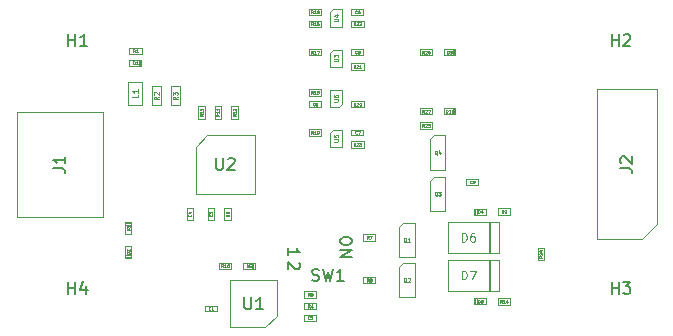
<source format=gbr>
%TF.GenerationSoftware,KiCad,Pcbnew,7.0.10*%
%TF.CreationDate,2024-01-22T13:51:10-08:00*%
%TF.ProjectId,esp32-prog,65737033-322d-4707-926f-672e6b696361,rev2*%
%TF.SameCoordinates,PX47868c0PY36d6160*%
%TF.FileFunction,AssemblyDrawing,Top*%
%FSLAX46Y46*%
G04 Gerber Fmt 4.6, Leading zero omitted, Abs format (unit mm)*
G04 Created by KiCad (PCBNEW 7.0.10) date 2024-01-22 13:51:10*
%MOMM*%
%LPD*%
G01*
G04 APERTURE LIST*
%ADD10C,0.150000*%
%ADD11C,0.060000*%
%ADD12C,0.040000*%
%ADD13C,0.050000*%
%ADD14C,0.075000*%
%ADD15C,0.080000*%
%ADD16C,0.100000*%
G04 APERTURE END LIST*
D10*
X2454819Y-15333333D02*
X3169104Y-15333333D01*
X3169104Y-15333333D02*
X3311961Y-15380952D01*
X3311961Y-15380952D02*
X3407200Y-15476190D01*
X3407200Y-15476190D02*
X3454819Y-15619047D01*
X3454819Y-15619047D02*
X3454819Y-15714285D01*
X3454819Y-14333333D02*
X3454819Y-14904761D01*
X3454819Y-14619047D02*
X2454819Y-14619047D01*
X2454819Y-14619047D02*
X2597676Y-14714285D01*
X2597676Y-14714285D02*
X2692914Y-14809523D01*
X2692914Y-14809523D02*
X2740533Y-14904761D01*
D11*
X11381927Y-9266666D02*
X11191451Y-9399999D01*
X11381927Y-9495237D02*
X10981927Y-9495237D01*
X10981927Y-9495237D02*
X10981927Y-9342856D01*
X10981927Y-9342856D02*
X11000975Y-9304761D01*
X11000975Y-9304761D02*
X11020022Y-9285714D01*
X11020022Y-9285714D02*
X11058118Y-9266666D01*
X11058118Y-9266666D02*
X11115260Y-9266666D01*
X11115260Y-9266666D02*
X11153356Y-9285714D01*
X11153356Y-9285714D02*
X11172403Y-9304761D01*
X11172403Y-9304761D02*
X11191451Y-9342856D01*
X11191451Y-9342856D02*
X11191451Y-9495237D01*
X11020022Y-9114285D02*
X11000975Y-9095237D01*
X11000975Y-9095237D02*
X10981927Y-9057142D01*
X10981927Y-9057142D02*
X10981927Y-8961904D01*
X10981927Y-8961904D02*
X11000975Y-8923809D01*
X11000975Y-8923809D02*
X11020022Y-8904761D01*
X11020022Y-8904761D02*
X11058118Y-8885714D01*
X11058118Y-8885714D02*
X11096213Y-8885714D01*
X11096213Y-8885714D02*
X11153356Y-8904761D01*
X11153356Y-8904761D02*
X11381927Y-9133333D01*
X11381927Y-9133333D02*
X11381927Y-8885714D01*
D12*
X33832857Y-5618200D02*
X33746190Y-5494391D01*
X33684285Y-5618200D02*
X33684285Y-5358200D01*
X33684285Y-5358200D02*
X33783333Y-5358200D01*
X33783333Y-5358200D02*
X33808095Y-5370581D01*
X33808095Y-5370581D02*
X33820476Y-5382962D01*
X33820476Y-5382962D02*
X33832857Y-5407724D01*
X33832857Y-5407724D02*
X33832857Y-5444867D01*
X33832857Y-5444867D02*
X33820476Y-5469629D01*
X33820476Y-5469629D02*
X33808095Y-5482010D01*
X33808095Y-5482010D02*
X33783333Y-5494391D01*
X33783333Y-5494391D02*
X33684285Y-5494391D01*
X33931904Y-5382962D02*
X33944285Y-5370581D01*
X33944285Y-5370581D02*
X33969047Y-5358200D01*
X33969047Y-5358200D02*
X34030952Y-5358200D01*
X34030952Y-5358200D02*
X34055714Y-5370581D01*
X34055714Y-5370581D02*
X34068095Y-5382962D01*
X34068095Y-5382962D02*
X34080476Y-5407724D01*
X34080476Y-5407724D02*
X34080476Y-5432486D01*
X34080476Y-5432486D02*
X34068095Y-5469629D01*
X34068095Y-5469629D02*
X33919523Y-5618200D01*
X33919523Y-5618200D02*
X34080476Y-5618200D01*
X34303333Y-5358200D02*
X34253809Y-5358200D01*
X34253809Y-5358200D02*
X34229047Y-5370581D01*
X34229047Y-5370581D02*
X34216666Y-5382962D01*
X34216666Y-5382962D02*
X34191904Y-5420105D01*
X34191904Y-5420105D02*
X34179523Y-5469629D01*
X34179523Y-5469629D02*
X34179523Y-5568677D01*
X34179523Y-5568677D02*
X34191904Y-5593439D01*
X34191904Y-5593439D02*
X34204285Y-5605820D01*
X34204285Y-5605820D02*
X34229047Y-5618200D01*
X34229047Y-5618200D02*
X34278571Y-5618200D01*
X34278571Y-5618200D02*
X34303333Y-5605820D01*
X34303333Y-5605820D02*
X34315714Y-5593439D01*
X34315714Y-5593439D02*
X34328095Y-5568677D01*
X34328095Y-5568677D02*
X34328095Y-5506772D01*
X34328095Y-5506772D02*
X34315714Y-5482010D01*
X34315714Y-5482010D02*
X34303333Y-5469629D01*
X34303333Y-5469629D02*
X34278571Y-5457248D01*
X34278571Y-5457248D02*
X34229047Y-5457248D01*
X34229047Y-5457248D02*
X34204285Y-5469629D01*
X34204285Y-5469629D02*
X34191904Y-5482010D01*
X34191904Y-5482010D02*
X34179523Y-5506772D01*
D13*
X26203942Y-2874285D02*
X26495371Y-2874285D01*
X26495371Y-2874285D02*
X26529657Y-2857142D01*
X26529657Y-2857142D02*
X26546800Y-2840000D01*
X26546800Y-2840000D02*
X26563942Y-2805714D01*
X26563942Y-2805714D02*
X26563942Y-2737142D01*
X26563942Y-2737142D02*
X26546800Y-2702857D01*
X26546800Y-2702857D02*
X26529657Y-2685714D01*
X26529657Y-2685714D02*
X26495371Y-2668571D01*
X26495371Y-2668571D02*
X26203942Y-2668571D01*
X26323942Y-2342857D02*
X26563942Y-2342857D01*
X26186800Y-2428571D02*
X26443942Y-2514285D01*
X26443942Y-2514285D02*
X26443942Y-2291428D01*
D10*
X18638095Y-26254819D02*
X18638095Y-27064342D01*
X18638095Y-27064342D02*
X18685714Y-27159580D01*
X18685714Y-27159580D02*
X18733333Y-27207200D01*
X18733333Y-27207200D02*
X18828571Y-27254819D01*
X18828571Y-27254819D02*
X19019047Y-27254819D01*
X19019047Y-27254819D02*
X19114285Y-27207200D01*
X19114285Y-27207200D02*
X19161904Y-27159580D01*
X19161904Y-27159580D02*
X19209523Y-27064342D01*
X19209523Y-27064342D02*
X19209523Y-26254819D01*
X20209523Y-27254819D02*
X19638095Y-27254819D01*
X19923809Y-27254819D02*
X19923809Y-26254819D01*
X19923809Y-26254819D02*
X19828571Y-26397676D01*
X19828571Y-26397676D02*
X19733333Y-26492914D01*
X19733333Y-26492914D02*
X19638095Y-26540533D01*
D14*
X37037488Y-24743064D02*
X37037488Y-23993064D01*
X37037488Y-23993064D02*
X37216059Y-23993064D01*
X37216059Y-23993064D02*
X37323202Y-24028778D01*
X37323202Y-24028778D02*
X37394631Y-24100207D01*
X37394631Y-24100207D02*
X37430345Y-24171635D01*
X37430345Y-24171635D02*
X37466059Y-24314492D01*
X37466059Y-24314492D02*
X37466059Y-24421635D01*
X37466059Y-24421635D02*
X37430345Y-24564492D01*
X37430345Y-24564492D02*
X37394631Y-24635921D01*
X37394631Y-24635921D02*
X37323202Y-24707350D01*
X37323202Y-24707350D02*
X37216059Y-24743064D01*
X37216059Y-24743064D02*
X37037488Y-24743064D01*
X37716059Y-23993064D02*
X38216059Y-23993064D01*
X38216059Y-23993064D02*
X37894631Y-24743064D01*
D12*
X24158333Y-28089765D02*
X24146429Y-28101670D01*
X24146429Y-28101670D02*
X24110714Y-28113574D01*
X24110714Y-28113574D02*
X24086905Y-28113574D01*
X24086905Y-28113574D02*
X24051191Y-28101670D01*
X24051191Y-28101670D02*
X24027381Y-28077860D01*
X24027381Y-28077860D02*
X24015476Y-28054050D01*
X24015476Y-28054050D02*
X24003572Y-28006431D01*
X24003572Y-28006431D02*
X24003572Y-27970717D01*
X24003572Y-27970717D02*
X24015476Y-27923098D01*
X24015476Y-27923098D02*
X24027381Y-27899289D01*
X24027381Y-27899289D02*
X24051191Y-27875479D01*
X24051191Y-27875479D02*
X24086905Y-27863574D01*
X24086905Y-27863574D02*
X24110714Y-27863574D01*
X24110714Y-27863574D02*
X24146429Y-27875479D01*
X24146429Y-27875479D02*
X24158333Y-27887384D01*
X24253572Y-27887384D02*
X24265476Y-27875479D01*
X24265476Y-27875479D02*
X24289286Y-27863574D01*
X24289286Y-27863574D02*
X24348810Y-27863574D01*
X24348810Y-27863574D02*
X24372619Y-27875479D01*
X24372619Y-27875479D02*
X24384524Y-27887384D01*
X24384524Y-27887384D02*
X24396429Y-27911193D01*
X24396429Y-27911193D02*
X24396429Y-27935003D01*
X24396429Y-27935003D02*
X24384524Y-27970717D01*
X24384524Y-27970717D02*
X24241667Y-28113574D01*
X24241667Y-28113574D02*
X24396429Y-28113574D01*
X28032857Y-6818200D02*
X27946190Y-6694391D01*
X27884285Y-6818200D02*
X27884285Y-6558200D01*
X27884285Y-6558200D02*
X27983333Y-6558200D01*
X27983333Y-6558200D02*
X28008095Y-6570581D01*
X28008095Y-6570581D02*
X28020476Y-6582962D01*
X28020476Y-6582962D02*
X28032857Y-6607724D01*
X28032857Y-6607724D02*
X28032857Y-6644867D01*
X28032857Y-6644867D02*
X28020476Y-6669629D01*
X28020476Y-6669629D02*
X28008095Y-6682010D01*
X28008095Y-6682010D02*
X27983333Y-6694391D01*
X27983333Y-6694391D02*
X27884285Y-6694391D01*
X28131904Y-6582962D02*
X28144285Y-6570581D01*
X28144285Y-6570581D02*
X28169047Y-6558200D01*
X28169047Y-6558200D02*
X28230952Y-6558200D01*
X28230952Y-6558200D02*
X28255714Y-6570581D01*
X28255714Y-6570581D02*
X28268095Y-6582962D01*
X28268095Y-6582962D02*
X28280476Y-6607724D01*
X28280476Y-6607724D02*
X28280476Y-6632486D01*
X28280476Y-6632486D02*
X28268095Y-6669629D01*
X28268095Y-6669629D02*
X28119523Y-6818200D01*
X28119523Y-6818200D02*
X28280476Y-6818200D01*
X28528095Y-6818200D02*
X28379523Y-6818200D01*
X28453809Y-6818200D02*
X28453809Y-6558200D01*
X28453809Y-6558200D02*
X28429047Y-6595343D01*
X28429047Y-6595343D02*
X28404285Y-6620105D01*
X28404285Y-6620105D02*
X28379523Y-6632486D01*
D10*
X23249942Y-23314286D02*
X23297561Y-23361905D01*
X23297561Y-23361905D02*
X23345180Y-23457143D01*
X23345180Y-23457143D02*
X23345180Y-23695238D01*
X23345180Y-23695238D02*
X23297561Y-23790476D01*
X23297561Y-23790476D02*
X23249942Y-23838095D01*
X23249942Y-23838095D02*
X23154704Y-23885714D01*
X23154704Y-23885714D02*
X23059466Y-23885714D01*
X23059466Y-23885714D02*
X22916609Y-23838095D01*
X22916609Y-23838095D02*
X22345180Y-23266667D01*
X22345180Y-23266667D02*
X22345180Y-23885714D01*
X22345180Y-22685714D02*
X22345180Y-22114286D01*
X22345180Y-22400000D02*
X23345180Y-22400000D01*
X23345180Y-22400000D02*
X23202323Y-22304762D01*
X23202323Y-22304762D02*
X23107085Y-22209524D01*
X23107085Y-22209524D02*
X23059466Y-22114286D01*
X27745180Y-21380952D02*
X27745180Y-21571428D01*
X27745180Y-21571428D02*
X27697561Y-21666666D01*
X27697561Y-21666666D02*
X27602323Y-21761904D01*
X27602323Y-21761904D02*
X27411847Y-21809523D01*
X27411847Y-21809523D02*
X27078514Y-21809523D01*
X27078514Y-21809523D02*
X26888038Y-21761904D01*
X26888038Y-21761904D02*
X26792800Y-21666666D01*
X26792800Y-21666666D02*
X26745180Y-21571428D01*
X26745180Y-21571428D02*
X26745180Y-21380952D01*
X26745180Y-21380952D02*
X26792800Y-21285714D01*
X26792800Y-21285714D02*
X26888038Y-21190476D01*
X26888038Y-21190476D02*
X27078514Y-21142857D01*
X27078514Y-21142857D02*
X27411847Y-21142857D01*
X27411847Y-21142857D02*
X27602323Y-21190476D01*
X27602323Y-21190476D02*
X27697561Y-21285714D01*
X27697561Y-21285714D02*
X27745180Y-21380952D01*
X26745180Y-22238095D02*
X27745180Y-22238095D01*
X27745180Y-22238095D02*
X26745180Y-22809523D01*
X26745180Y-22809523D02*
X27745180Y-22809523D01*
X24366667Y-24807200D02*
X24509524Y-24854819D01*
X24509524Y-24854819D02*
X24747619Y-24854819D01*
X24747619Y-24854819D02*
X24842857Y-24807200D01*
X24842857Y-24807200D02*
X24890476Y-24759580D01*
X24890476Y-24759580D02*
X24938095Y-24664342D01*
X24938095Y-24664342D02*
X24938095Y-24569104D01*
X24938095Y-24569104D02*
X24890476Y-24473866D01*
X24890476Y-24473866D02*
X24842857Y-24426247D01*
X24842857Y-24426247D02*
X24747619Y-24378628D01*
X24747619Y-24378628D02*
X24557143Y-24331009D01*
X24557143Y-24331009D02*
X24461905Y-24283390D01*
X24461905Y-24283390D02*
X24414286Y-24235771D01*
X24414286Y-24235771D02*
X24366667Y-24140533D01*
X24366667Y-24140533D02*
X24366667Y-24045295D01*
X24366667Y-24045295D02*
X24414286Y-23950057D01*
X24414286Y-23950057D02*
X24461905Y-23902438D01*
X24461905Y-23902438D02*
X24557143Y-23854819D01*
X24557143Y-23854819D02*
X24795238Y-23854819D01*
X24795238Y-23854819D02*
X24938095Y-23902438D01*
X25271429Y-23854819D02*
X25509524Y-24854819D01*
X25509524Y-24854819D02*
X25700000Y-24140533D01*
X25700000Y-24140533D02*
X25890476Y-24854819D01*
X25890476Y-24854819D02*
X26128572Y-23854819D01*
X27033333Y-24854819D02*
X26461905Y-24854819D01*
X26747619Y-24854819D02*
X26747619Y-23854819D01*
X26747619Y-23854819D02*
X26652381Y-23997676D01*
X26652381Y-23997676D02*
X26557143Y-24092914D01*
X26557143Y-24092914D02*
X26461905Y-24140533D01*
D12*
X40556667Y-19118200D02*
X40470000Y-18994391D01*
X40408095Y-19118200D02*
X40408095Y-18858200D01*
X40408095Y-18858200D02*
X40507143Y-18858200D01*
X40507143Y-18858200D02*
X40531905Y-18870581D01*
X40531905Y-18870581D02*
X40544286Y-18882962D01*
X40544286Y-18882962D02*
X40556667Y-18907724D01*
X40556667Y-18907724D02*
X40556667Y-18944867D01*
X40556667Y-18944867D02*
X40544286Y-18969629D01*
X40544286Y-18969629D02*
X40531905Y-18982010D01*
X40531905Y-18982010D02*
X40507143Y-18994391D01*
X40507143Y-18994391D02*
X40408095Y-18994391D01*
X40680476Y-19118200D02*
X40730000Y-19118200D01*
X40730000Y-19118200D02*
X40754762Y-19105820D01*
X40754762Y-19105820D02*
X40767143Y-19093439D01*
X40767143Y-19093439D02*
X40791905Y-19056296D01*
X40791905Y-19056296D02*
X40804286Y-19006772D01*
X40804286Y-19006772D02*
X40804286Y-18907724D01*
X40804286Y-18907724D02*
X40791905Y-18882962D01*
X40791905Y-18882962D02*
X40779524Y-18870581D01*
X40779524Y-18870581D02*
X40754762Y-18858200D01*
X40754762Y-18858200D02*
X40705238Y-18858200D01*
X40705238Y-18858200D02*
X40680476Y-18870581D01*
X40680476Y-18870581D02*
X40668095Y-18882962D01*
X40668095Y-18882962D02*
X40655714Y-18907724D01*
X40655714Y-18907724D02*
X40655714Y-18969629D01*
X40655714Y-18969629D02*
X40668095Y-18994391D01*
X40668095Y-18994391D02*
X40680476Y-19006772D01*
X40680476Y-19006772D02*
X40705238Y-19019153D01*
X40705238Y-19019153D02*
X40754762Y-19019153D01*
X40754762Y-19019153D02*
X40779524Y-19006772D01*
X40779524Y-19006772D02*
X40791905Y-18994391D01*
X40791905Y-18994391D02*
X40804286Y-18969629D01*
X15758333Y-27289765D02*
X15746429Y-27301670D01*
X15746429Y-27301670D02*
X15710714Y-27313574D01*
X15710714Y-27313574D02*
X15686905Y-27313574D01*
X15686905Y-27313574D02*
X15651191Y-27301670D01*
X15651191Y-27301670D02*
X15627381Y-27277860D01*
X15627381Y-27277860D02*
X15615476Y-27254050D01*
X15615476Y-27254050D02*
X15603572Y-27206431D01*
X15603572Y-27206431D02*
X15603572Y-27170717D01*
X15603572Y-27170717D02*
X15615476Y-27123098D01*
X15615476Y-27123098D02*
X15627381Y-27099289D01*
X15627381Y-27099289D02*
X15651191Y-27075479D01*
X15651191Y-27075479D02*
X15686905Y-27063574D01*
X15686905Y-27063574D02*
X15710714Y-27063574D01*
X15710714Y-27063574D02*
X15746429Y-27075479D01*
X15746429Y-27075479D02*
X15758333Y-27087384D01*
X15996429Y-27313574D02*
X15853572Y-27313574D01*
X15925000Y-27313574D02*
X15925000Y-27063574D01*
X15925000Y-27063574D02*
X15901191Y-27099289D01*
X15901191Y-27099289D02*
X15877381Y-27123098D01*
X15877381Y-27123098D02*
X15853572Y-27135003D01*
X24558333Y-9989765D02*
X24546429Y-10001670D01*
X24546429Y-10001670D02*
X24510714Y-10013574D01*
X24510714Y-10013574D02*
X24486905Y-10013574D01*
X24486905Y-10013574D02*
X24451191Y-10001670D01*
X24451191Y-10001670D02*
X24427381Y-9977860D01*
X24427381Y-9977860D02*
X24415476Y-9954050D01*
X24415476Y-9954050D02*
X24403572Y-9906431D01*
X24403572Y-9906431D02*
X24403572Y-9870717D01*
X24403572Y-9870717D02*
X24415476Y-9823098D01*
X24415476Y-9823098D02*
X24427381Y-9799289D01*
X24427381Y-9799289D02*
X24451191Y-9775479D01*
X24451191Y-9775479D02*
X24486905Y-9763574D01*
X24486905Y-9763574D02*
X24510714Y-9763574D01*
X24510714Y-9763574D02*
X24546429Y-9775479D01*
X24546429Y-9775479D02*
X24558333Y-9787384D01*
X24701191Y-9870717D02*
X24677381Y-9858812D01*
X24677381Y-9858812D02*
X24665476Y-9846908D01*
X24665476Y-9846908D02*
X24653572Y-9823098D01*
X24653572Y-9823098D02*
X24653572Y-9811193D01*
X24653572Y-9811193D02*
X24665476Y-9787384D01*
X24665476Y-9787384D02*
X24677381Y-9775479D01*
X24677381Y-9775479D02*
X24701191Y-9763574D01*
X24701191Y-9763574D02*
X24748810Y-9763574D01*
X24748810Y-9763574D02*
X24772619Y-9775479D01*
X24772619Y-9775479D02*
X24784524Y-9787384D01*
X24784524Y-9787384D02*
X24796429Y-9811193D01*
X24796429Y-9811193D02*
X24796429Y-9823098D01*
X24796429Y-9823098D02*
X24784524Y-9846908D01*
X24784524Y-9846908D02*
X24772619Y-9858812D01*
X24772619Y-9858812D02*
X24748810Y-9870717D01*
X24748810Y-9870717D02*
X24701191Y-9870717D01*
X24701191Y-9870717D02*
X24677381Y-9882622D01*
X24677381Y-9882622D02*
X24665476Y-9894527D01*
X24665476Y-9894527D02*
X24653572Y-9918336D01*
X24653572Y-9918336D02*
X24653572Y-9965955D01*
X24653572Y-9965955D02*
X24665476Y-9989765D01*
X24665476Y-9989765D02*
X24677381Y-10001670D01*
X24677381Y-10001670D02*
X24701191Y-10013574D01*
X24701191Y-10013574D02*
X24748810Y-10013574D01*
X24748810Y-10013574D02*
X24772619Y-10001670D01*
X24772619Y-10001670D02*
X24784524Y-9989765D01*
X24784524Y-9989765D02*
X24796429Y-9965955D01*
X24796429Y-9965955D02*
X24796429Y-9918336D01*
X24796429Y-9918336D02*
X24784524Y-9894527D01*
X24784524Y-9894527D02*
X24772619Y-9882622D01*
X24772619Y-9882622D02*
X24748810Y-9870717D01*
D10*
X3738095Y-25954819D02*
X3738095Y-24954819D01*
X3738095Y-25431009D02*
X4309523Y-25431009D01*
X4309523Y-25954819D02*
X4309523Y-24954819D01*
X5214285Y-25288152D02*
X5214285Y-25954819D01*
X4976190Y-24907200D02*
X4738095Y-25621485D01*
X4738095Y-25621485D02*
X5357142Y-25621485D01*
X49738095Y-4954819D02*
X49738095Y-3954819D01*
X49738095Y-4431009D02*
X50309523Y-4431009D01*
X50309523Y-4954819D02*
X50309523Y-3954819D01*
X50738095Y-4050057D02*
X50785714Y-4002438D01*
X50785714Y-4002438D02*
X50880952Y-3954819D01*
X50880952Y-3954819D02*
X51119047Y-3954819D01*
X51119047Y-3954819D02*
X51214285Y-4002438D01*
X51214285Y-4002438D02*
X51261904Y-4050057D01*
X51261904Y-4050057D02*
X51309523Y-4145295D01*
X51309523Y-4145295D02*
X51309523Y-4240533D01*
X51309523Y-4240533D02*
X51261904Y-4383390D01*
X51261904Y-4383390D02*
X50690476Y-4954819D01*
X50690476Y-4954819D02*
X51309523Y-4954819D01*
D12*
X24432857Y-9018200D02*
X24346190Y-8894391D01*
X24284285Y-9018200D02*
X24284285Y-8758200D01*
X24284285Y-8758200D02*
X24383333Y-8758200D01*
X24383333Y-8758200D02*
X24408095Y-8770581D01*
X24408095Y-8770581D02*
X24420476Y-8782962D01*
X24420476Y-8782962D02*
X24432857Y-8807724D01*
X24432857Y-8807724D02*
X24432857Y-8844867D01*
X24432857Y-8844867D02*
X24420476Y-8869629D01*
X24420476Y-8869629D02*
X24408095Y-8882010D01*
X24408095Y-8882010D02*
X24383333Y-8894391D01*
X24383333Y-8894391D02*
X24284285Y-8894391D01*
X24680476Y-9018200D02*
X24531904Y-9018200D01*
X24606190Y-9018200D02*
X24606190Y-8758200D01*
X24606190Y-8758200D02*
X24581428Y-8795343D01*
X24581428Y-8795343D02*
X24556666Y-8820105D01*
X24556666Y-8820105D02*
X24531904Y-8832486D01*
X24915714Y-8758200D02*
X24791904Y-8758200D01*
X24791904Y-8758200D02*
X24779523Y-8882010D01*
X24779523Y-8882010D02*
X24791904Y-8869629D01*
X24791904Y-8869629D02*
X24816666Y-8857248D01*
X24816666Y-8857248D02*
X24878571Y-8857248D01*
X24878571Y-8857248D02*
X24903333Y-8869629D01*
X24903333Y-8869629D02*
X24915714Y-8882010D01*
X24915714Y-8882010D02*
X24928095Y-8906772D01*
X24928095Y-8906772D02*
X24928095Y-8968677D01*
X24928095Y-8968677D02*
X24915714Y-8993439D01*
X24915714Y-8993439D02*
X24903333Y-9005820D01*
X24903333Y-9005820D02*
X24878571Y-9018200D01*
X24878571Y-9018200D02*
X24816666Y-9018200D01*
X24816666Y-9018200D02*
X24791904Y-9005820D01*
X24791904Y-9005820D02*
X24779523Y-8993439D01*
X38415476Y-26713574D02*
X38415476Y-26463574D01*
X38415476Y-26463574D02*
X38475000Y-26463574D01*
X38475000Y-26463574D02*
X38510714Y-26475479D01*
X38510714Y-26475479D02*
X38534524Y-26499289D01*
X38534524Y-26499289D02*
X38546429Y-26523098D01*
X38546429Y-26523098D02*
X38558333Y-26570717D01*
X38558333Y-26570717D02*
X38558333Y-26606431D01*
X38558333Y-26606431D02*
X38546429Y-26654050D01*
X38546429Y-26654050D02*
X38534524Y-26677860D01*
X38534524Y-26677860D02*
X38510714Y-26701670D01*
X38510714Y-26701670D02*
X38475000Y-26713574D01*
X38475000Y-26713574D02*
X38415476Y-26713574D01*
X38701191Y-26570717D02*
X38677381Y-26558812D01*
X38677381Y-26558812D02*
X38665476Y-26546908D01*
X38665476Y-26546908D02*
X38653572Y-26523098D01*
X38653572Y-26523098D02*
X38653572Y-26511193D01*
X38653572Y-26511193D02*
X38665476Y-26487384D01*
X38665476Y-26487384D02*
X38677381Y-26475479D01*
X38677381Y-26475479D02*
X38701191Y-26463574D01*
X38701191Y-26463574D02*
X38748810Y-26463574D01*
X38748810Y-26463574D02*
X38772619Y-26475479D01*
X38772619Y-26475479D02*
X38784524Y-26487384D01*
X38784524Y-26487384D02*
X38796429Y-26511193D01*
X38796429Y-26511193D02*
X38796429Y-26523098D01*
X38796429Y-26523098D02*
X38784524Y-26546908D01*
X38784524Y-26546908D02*
X38772619Y-26558812D01*
X38772619Y-26558812D02*
X38748810Y-26570717D01*
X38748810Y-26570717D02*
X38701191Y-26570717D01*
X38701191Y-26570717D02*
X38677381Y-26582622D01*
X38677381Y-26582622D02*
X38665476Y-26594527D01*
X38665476Y-26594527D02*
X38653572Y-26618336D01*
X38653572Y-26618336D02*
X38653572Y-26665955D01*
X38653572Y-26665955D02*
X38665476Y-26689765D01*
X38665476Y-26689765D02*
X38677381Y-26701670D01*
X38677381Y-26701670D02*
X38701191Y-26713574D01*
X38701191Y-26713574D02*
X38748810Y-26713574D01*
X38748810Y-26713574D02*
X38772619Y-26701670D01*
X38772619Y-26701670D02*
X38784524Y-26689765D01*
X38784524Y-26689765D02*
X38796429Y-26665955D01*
X38796429Y-26665955D02*
X38796429Y-26618336D01*
X38796429Y-26618336D02*
X38784524Y-26594527D01*
X38784524Y-26594527D02*
X38772619Y-26582622D01*
X38772619Y-26582622D02*
X38748810Y-26570717D01*
X40432857Y-26718200D02*
X40346190Y-26594391D01*
X40284285Y-26718200D02*
X40284285Y-26458200D01*
X40284285Y-26458200D02*
X40383333Y-26458200D01*
X40383333Y-26458200D02*
X40408095Y-26470581D01*
X40408095Y-26470581D02*
X40420476Y-26482962D01*
X40420476Y-26482962D02*
X40432857Y-26507724D01*
X40432857Y-26507724D02*
X40432857Y-26544867D01*
X40432857Y-26544867D02*
X40420476Y-26569629D01*
X40420476Y-26569629D02*
X40408095Y-26582010D01*
X40408095Y-26582010D02*
X40383333Y-26594391D01*
X40383333Y-26594391D02*
X40284285Y-26594391D01*
X40680476Y-26718200D02*
X40531904Y-26718200D01*
X40606190Y-26718200D02*
X40606190Y-26458200D01*
X40606190Y-26458200D02*
X40581428Y-26495343D01*
X40581428Y-26495343D02*
X40556666Y-26520105D01*
X40556666Y-26520105D02*
X40531904Y-26532486D01*
X40903333Y-26544867D02*
X40903333Y-26718200D01*
X40841428Y-26445820D02*
X40779523Y-26631534D01*
X40779523Y-26631534D02*
X40940476Y-26631534D01*
X35815476Y-5613574D02*
X35815476Y-5363574D01*
X35815476Y-5363574D02*
X35875000Y-5363574D01*
X35875000Y-5363574D02*
X35910714Y-5375479D01*
X35910714Y-5375479D02*
X35934524Y-5399289D01*
X35934524Y-5399289D02*
X35946429Y-5423098D01*
X35946429Y-5423098D02*
X35958333Y-5470717D01*
X35958333Y-5470717D02*
X35958333Y-5506431D01*
X35958333Y-5506431D02*
X35946429Y-5554050D01*
X35946429Y-5554050D02*
X35934524Y-5577860D01*
X35934524Y-5577860D02*
X35910714Y-5601670D01*
X35910714Y-5601670D02*
X35875000Y-5613574D01*
X35875000Y-5613574D02*
X35815476Y-5613574D01*
X36077381Y-5613574D02*
X36125000Y-5613574D01*
X36125000Y-5613574D02*
X36148810Y-5601670D01*
X36148810Y-5601670D02*
X36160714Y-5589765D01*
X36160714Y-5589765D02*
X36184524Y-5554050D01*
X36184524Y-5554050D02*
X36196429Y-5506431D01*
X36196429Y-5506431D02*
X36196429Y-5411193D01*
X36196429Y-5411193D02*
X36184524Y-5387384D01*
X36184524Y-5387384D02*
X36172619Y-5375479D01*
X36172619Y-5375479D02*
X36148810Y-5363574D01*
X36148810Y-5363574D02*
X36101191Y-5363574D01*
X36101191Y-5363574D02*
X36077381Y-5375479D01*
X36077381Y-5375479D02*
X36065476Y-5387384D01*
X36065476Y-5387384D02*
X36053572Y-5411193D01*
X36053572Y-5411193D02*
X36053572Y-5470717D01*
X36053572Y-5470717D02*
X36065476Y-5494527D01*
X36065476Y-5494527D02*
X36077381Y-5506431D01*
X36077381Y-5506431D02*
X36101191Y-5518336D01*
X36101191Y-5518336D02*
X36148810Y-5518336D01*
X36148810Y-5518336D02*
X36172619Y-5506431D01*
X36172619Y-5506431D02*
X36184524Y-5494527D01*
X36184524Y-5494527D02*
X36196429Y-5470717D01*
X14089765Y-19241666D02*
X14101670Y-19253570D01*
X14101670Y-19253570D02*
X14113574Y-19289285D01*
X14113574Y-19289285D02*
X14113574Y-19313094D01*
X14113574Y-19313094D02*
X14101670Y-19348808D01*
X14101670Y-19348808D02*
X14077860Y-19372618D01*
X14077860Y-19372618D02*
X14054050Y-19384523D01*
X14054050Y-19384523D02*
X14006431Y-19396427D01*
X14006431Y-19396427D02*
X13970717Y-19396427D01*
X13970717Y-19396427D02*
X13923098Y-19384523D01*
X13923098Y-19384523D02*
X13899289Y-19372618D01*
X13899289Y-19372618D02*
X13875479Y-19348808D01*
X13875479Y-19348808D02*
X13863574Y-19313094D01*
X13863574Y-19313094D02*
X13863574Y-19289285D01*
X13863574Y-19289285D02*
X13875479Y-19253570D01*
X13875479Y-19253570D02*
X13887384Y-19241666D01*
X13946908Y-19027380D02*
X14113574Y-19027380D01*
X13851670Y-19086904D02*
X14030241Y-19146427D01*
X14030241Y-19146427D02*
X14030241Y-18991666D01*
X8913574Y-22584523D02*
X8663574Y-22584523D01*
X8663574Y-22584523D02*
X8663574Y-22524999D01*
X8663574Y-22524999D02*
X8675479Y-22489285D01*
X8675479Y-22489285D02*
X8699289Y-22465475D01*
X8699289Y-22465475D02*
X8723098Y-22453570D01*
X8723098Y-22453570D02*
X8770717Y-22441666D01*
X8770717Y-22441666D02*
X8806431Y-22441666D01*
X8806431Y-22441666D02*
X8854050Y-22453570D01*
X8854050Y-22453570D02*
X8877860Y-22465475D01*
X8877860Y-22465475D02*
X8901670Y-22489285D01*
X8901670Y-22489285D02*
X8913574Y-22524999D01*
X8913574Y-22524999D02*
X8913574Y-22584523D01*
X8687384Y-22346427D02*
X8675479Y-22334523D01*
X8675479Y-22334523D02*
X8663574Y-22310713D01*
X8663574Y-22310713D02*
X8663574Y-22251189D01*
X8663574Y-22251189D02*
X8675479Y-22227380D01*
X8675479Y-22227380D02*
X8687384Y-22215475D01*
X8687384Y-22215475D02*
X8711193Y-22203570D01*
X8711193Y-22203570D02*
X8735003Y-22203570D01*
X8735003Y-22203570D02*
X8770717Y-22215475D01*
X8770717Y-22215475D02*
X8913574Y-22358332D01*
X8913574Y-22358332D02*
X8913574Y-22203570D01*
X33832857Y-10618200D02*
X33746190Y-10494391D01*
X33684285Y-10618200D02*
X33684285Y-10358200D01*
X33684285Y-10358200D02*
X33783333Y-10358200D01*
X33783333Y-10358200D02*
X33808095Y-10370581D01*
X33808095Y-10370581D02*
X33820476Y-10382962D01*
X33820476Y-10382962D02*
X33832857Y-10407724D01*
X33832857Y-10407724D02*
X33832857Y-10444867D01*
X33832857Y-10444867D02*
X33820476Y-10469629D01*
X33820476Y-10469629D02*
X33808095Y-10482010D01*
X33808095Y-10482010D02*
X33783333Y-10494391D01*
X33783333Y-10494391D02*
X33684285Y-10494391D01*
X33931904Y-10382962D02*
X33944285Y-10370581D01*
X33944285Y-10370581D02*
X33969047Y-10358200D01*
X33969047Y-10358200D02*
X34030952Y-10358200D01*
X34030952Y-10358200D02*
X34055714Y-10370581D01*
X34055714Y-10370581D02*
X34068095Y-10382962D01*
X34068095Y-10382962D02*
X34080476Y-10407724D01*
X34080476Y-10407724D02*
X34080476Y-10432486D01*
X34080476Y-10432486D02*
X34068095Y-10469629D01*
X34068095Y-10469629D02*
X33919523Y-10618200D01*
X33919523Y-10618200D02*
X34080476Y-10618200D01*
X34167142Y-10358200D02*
X34340476Y-10358200D01*
X34340476Y-10358200D02*
X34229047Y-10618200D01*
D10*
X16238095Y-14454819D02*
X16238095Y-15264342D01*
X16238095Y-15264342D02*
X16285714Y-15359580D01*
X16285714Y-15359580D02*
X16333333Y-15407200D01*
X16333333Y-15407200D02*
X16428571Y-15454819D01*
X16428571Y-15454819D02*
X16619047Y-15454819D01*
X16619047Y-15454819D02*
X16714285Y-15407200D01*
X16714285Y-15407200D02*
X16761904Y-15359580D01*
X16761904Y-15359580D02*
X16809523Y-15264342D01*
X16809523Y-15264342D02*
X16809523Y-14454819D01*
X17238095Y-14550057D02*
X17285714Y-14502438D01*
X17285714Y-14502438D02*
X17380952Y-14454819D01*
X17380952Y-14454819D02*
X17619047Y-14454819D01*
X17619047Y-14454819D02*
X17714285Y-14502438D01*
X17714285Y-14502438D02*
X17761904Y-14550057D01*
X17761904Y-14550057D02*
X17809523Y-14645295D01*
X17809523Y-14645295D02*
X17809523Y-14740533D01*
X17809523Y-14740533D02*
X17761904Y-14883390D01*
X17761904Y-14883390D02*
X17190476Y-15454819D01*
X17190476Y-15454819D02*
X17809523Y-15454819D01*
D12*
X43868200Y-22742142D02*
X43744391Y-22828809D01*
X43868200Y-22890714D02*
X43608200Y-22890714D01*
X43608200Y-22890714D02*
X43608200Y-22791666D01*
X43608200Y-22791666D02*
X43620581Y-22766904D01*
X43620581Y-22766904D02*
X43632962Y-22754523D01*
X43632962Y-22754523D02*
X43657724Y-22742142D01*
X43657724Y-22742142D02*
X43694867Y-22742142D01*
X43694867Y-22742142D02*
X43719629Y-22754523D01*
X43719629Y-22754523D02*
X43732010Y-22766904D01*
X43732010Y-22766904D02*
X43744391Y-22791666D01*
X43744391Y-22791666D02*
X43744391Y-22890714D01*
X43632962Y-22643095D02*
X43620581Y-22630714D01*
X43620581Y-22630714D02*
X43608200Y-22605952D01*
X43608200Y-22605952D02*
X43608200Y-22544047D01*
X43608200Y-22544047D02*
X43620581Y-22519285D01*
X43620581Y-22519285D02*
X43632962Y-22506904D01*
X43632962Y-22506904D02*
X43657724Y-22494523D01*
X43657724Y-22494523D02*
X43682486Y-22494523D01*
X43682486Y-22494523D02*
X43719629Y-22506904D01*
X43719629Y-22506904D02*
X43868200Y-22655476D01*
X43868200Y-22655476D02*
X43868200Y-22494523D01*
X43694867Y-22271666D02*
X43868200Y-22271666D01*
X43595820Y-22333571D02*
X43781534Y-22395476D01*
X43781534Y-22395476D02*
X43781534Y-22234523D01*
X16518200Y-10767142D02*
X16394391Y-10853809D01*
X16518200Y-10915714D02*
X16258200Y-10915714D01*
X16258200Y-10915714D02*
X16258200Y-10816666D01*
X16258200Y-10816666D02*
X16270581Y-10791904D01*
X16270581Y-10791904D02*
X16282962Y-10779523D01*
X16282962Y-10779523D02*
X16307724Y-10767142D01*
X16307724Y-10767142D02*
X16344867Y-10767142D01*
X16344867Y-10767142D02*
X16369629Y-10779523D01*
X16369629Y-10779523D02*
X16382010Y-10791904D01*
X16382010Y-10791904D02*
X16394391Y-10816666D01*
X16394391Y-10816666D02*
X16394391Y-10915714D01*
X16518200Y-10519523D02*
X16518200Y-10668095D01*
X16518200Y-10593809D02*
X16258200Y-10593809D01*
X16258200Y-10593809D02*
X16295343Y-10618571D01*
X16295343Y-10618571D02*
X16320105Y-10643333D01*
X16320105Y-10643333D02*
X16332486Y-10668095D01*
X16518200Y-10271904D02*
X16518200Y-10420476D01*
X16518200Y-10346190D02*
X16258200Y-10346190D01*
X16258200Y-10346190D02*
X16295343Y-10370952D01*
X16295343Y-10370952D02*
X16320105Y-10395714D01*
X16320105Y-10395714D02*
X16332486Y-10420476D01*
X24432857Y-12418200D02*
X24346190Y-12294391D01*
X24284285Y-12418200D02*
X24284285Y-12158200D01*
X24284285Y-12158200D02*
X24383333Y-12158200D01*
X24383333Y-12158200D02*
X24408095Y-12170581D01*
X24408095Y-12170581D02*
X24420476Y-12182962D01*
X24420476Y-12182962D02*
X24432857Y-12207724D01*
X24432857Y-12207724D02*
X24432857Y-12244867D01*
X24432857Y-12244867D02*
X24420476Y-12269629D01*
X24420476Y-12269629D02*
X24408095Y-12282010D01*
X24408095Y-12282010D02*
X24383333Y-12294391D01*
X24383333Y-12294391D02*
X24284285Y-12294391D01*
X24680476Y-12418200D02*
X24531904Y-12418200D01*
X24606190Y-12418200D02*
X24606190Y-12158200D01*
X24606190Y-12158200D02*
X24581428Y-12195343D01*
X24581428Y-12195343D02*
X24556666Y-12220105D01*
X24556666Y-12220105D02*
X24531904Y-12232486D01*
X24804285Y-12418200D02*
X24853809Y-12418200D01*
X24853809Y-12418200D02*
X24878571Y-12405820D01*
X24878571Y-12405820D02*
X24890952Y-12393439D01*
X24890952Y-12393439D02*
X24915714Y-12356296D01*
X24915714Y-12356296D02*
X24928095Y-12306772D01*
X24928095Y-12306772D02*
X24928095Y-12207724D01*
X24928095Y-12207724D02*
X24915714Y-12182962D01*
X24915714Y-12182962D02*
X24903333Y-12170581D01*
X24903333Y-12170581D02*
X24878571Y-12158200D01*
X24878571Y-12158200D02*
X24829047Y-12158200D01*
X24829047Y-12158200D02*
X24804285Y-12170581D01*
X24804285Y-12170581D02*
X24791904Y-12182962D01*
X24791904Y-12182962D02*
X24779523Y-12207724D01*
X24779523Y-12207724D02*
X24779523Y-12269629D01*
X24779523Y-12269629D02*
X24791904Y-12294391D01*
X24791904Y-12294391D02*
X24804285Y-12306772D01*
X24804285Y-12306772D02*
X24829047Y-12319153D01*
X24829047Y-12319153D02*
X24878571Y-12319153D01*
X24878571Y-12319153D02*
X24903333Y-12306772D01*
X24903333Y-12306772D02*
X24915714Y-12294391D01*
X24915714Y-12294391D02*
X24928095Y-12269629D01*
X28032857Y-10018200D02*
X27946190Y-9894391D01*
X27884285Y-10018200D02*
X27884285Y-9758200D01*
X27884285Y-9758200D02*
X27983333Y-9758200D01*
X27983333Y-9758200D02*
X28008095Y-9770581D01*
X28008095Y-9770581D02*
X28020476Y-9782962D01*
X28020476Y-9782962D02*
X28032857Y-9807724D01*
X28032857Y-9807724D02*
X28032857Y-9844867D01*
X28032857Y-9844867D02*
X28020476Y-9869629D01*
X28020476Y-9869629D02*
X28008095Y-9882010D01*
X28008095Y-9882010D02*
X27983333Y-9894391D01*
X27983333Y-9894391D02*
X27884285Y-9894391D01*
X28131904Y-9782962D02*
X28144285Y-9770581D01*
X28144285Y-9770581D02*
X28169047Y-9758200D01*
X28169047Y-9758200D02*
X28230952Y-9758200D01*
X28230952Y-9758200D02*
X28255714Y-9770581D01*
X28255714Y-9770581D02*
X28268095Y-9782962D01*
X28268095Y-9782962D02*
X28280476Y-9807724D01*
X28280476Y-9807724D02*
X28280476Y-9832486D01*
X28280476Y-9832486D02*
X28268095Y-9869629D01*
X28268095Y-9869629D02*
X28119523Y-10018200D01*
X28119523Y-10018200D02*
X28280476Y-10018200D01*
X28441428Y-9758200D02*
X28466190Y-9758200D01*
X28466190Y-9758200D02*
X28490952Y-9770581D01*
X28490952Y-9770581D02*
X28503333Y-9782962D01*
X28503333Y-9782962D02*
X28515714Y-9807724D01*
X28515714Y-9807724D02*
X28528095Y-9857248D01*
X28528095Y-9857248D02*
X28528095Y-9919153D01*
X28528095Y-9919153D02*
X28515714Y-9968677D01*
X28515714Y-9968677D02*
X28503333Y-9993439D01*
X28503333Y-9993439D02*
X28490952Y-10005820D01*
X28490952Y-10005820D02*
X28466190Y-10018200D01*
X28466190Y-10018200D02*
X28441428Y-10018200D01*
X28441428Y-10018200D02*
X28416666Y-10005820D01*
X28416666Y-10005820D02*
X28404285Y-9993439D01*
X28404285Y-9993439D02*
X28391904Y-9968677D01*
X28391904Y-9968677D02*
X28379523Y-9919153D01*
X28379523Y-9919153D02*
X28379523Y-9857248D01*
X28379523Y-9857248D02*
X28391904Y-9807724D01*
X28391904Y-9807724D02*
X28404285Y-9782962D01*
X28404285Y-9782962D02*
X28416666Y-9770581D01*
X28416666Y-9770581D02*
X28441428Y-9758200D01*
D10*
X49738095Y-25954819D02*
X49738095Y-24954819D01*
X49738095Y-25431009D02*
X50309523Y-25431009D01*
X50309523Y-25954819D02*
X50309523Y-24954819D01*
X50690476Y-24954819D02*
X51309523Y-24954819D01*
X51309523Y-24954819D02*
X50976190Y-25335771D01*
X50976190Y-25335771D02*
X51119047Y-25335771D01*
X51119047Y-25335771D02*
X51214285Y-25383390D01*
X51214285Y-25383390D02*
X51261904Y-25431009D01*
X51261904Y-25431009D02*
X51309523Y-25526247D01*
X51309523Y-25526247D02*
X51309523Y-25764342D01*
X51309523Y-25764342D02*
X51261904Y-25859580D01*
X51261904Y-25859580D02*
X51214285Y-25907200D01*
X51214285Y-25907200D02*
X51119047Y-25954819D01*
X51119047Y-25954819D02*
X50833333Y-25954819D01*
X50833333Y-25954819D02*
X50738095Y-25907200D01*
X50738095Y-25907200D02*
X50690476Y-25859580D01*
D12*
X24432857Y-5618200D02*
X24346190Y-5494391D01*
X24284285Y-5618200D02*
X24284285Y-5358200D01*
X24284285Y-5358200D02*
X24383333Y-5358200D01*
X24383333Y-5358200D02*
X24408095Y-5370581D01*
X24408095Y-5370581D02*
X24420476Y-5382962D01*
X24420476Y-5382962D02*
X24432857Y-5407724D01*
X24432857Y-5407724D02*
X24432857Y-5444867D01*
X24432857Y-5444867D02*
X24420476Y-5469629D01*
X24420476Y-5469629D02*
X24408095Y-5482010D01*
X24408095Y-5482010D02*
X24383333Y-5494391D01*
X24383333Y-5494391D02*
X24284285Y-5494391D01*
X24680476Y-5618200D02*
X24531904Y-5618200D01*
X24606190Y-5618200D02*
X24606190Y-5358200D01*
X24606190Y-5358200D02*
X24581428Y-5395343D01*
X24581428Y-5395343D02*
X24556666Y-5420105D01*
X24556666Y-5420105D02*
X24531904Y-5432486D01*
X24767142Y-5358200D02*
X24940476Y-5358200D01*
X24940476Y-5358200D02*
X24829047Y-5618200D01*
X28158333Y-5589765D02*
X28146429Y-5601670D01*
X28146429Y-5601670D02*
X28110714Y-5613574D01*
X28110714Y-5613574D02*
X28086905Y-5613574D01*
X28086905Y-5613574D02*
X28051191Y-5601670D01*
X28051191Y-5601670D02*
X28027381Y-5577860D01*
X28027381Y-5577860D02*
X28015476Y-5554050D01*
X28015476Y-5554050D02*
X28003572Y-5506431D01*
X28003572Y-5506431D02*
X28003572Y-5470717D01*
X28003572Y-5470717D02*
X28015476Y-5423098D01*
X28015476Y-5423098D02*
X28027381Y-5399289D01*
X28027381Y-5399289D02*
X28051191Y-5375479D01*
X28051191Y-5375479D02*
X28086905Y-5363574D01*
X28086905Y-5363574D02*
X28110714Y-5363574D01*
X28110714Y-5363574D02*
X28146429Y-5375479D01*
X28146429Y-5375479D02*
X28158333Y-5387384D01*
X28384524Y-5363574D02*
X28265476Y-5363574D01*
X28265476Y-5363574D02*
X28253572Y-5482622D01*
X28253572Y-5482622D02*
X28265476Y-5470717D01*
X28265476Y-5470717D02*
X28289286Y-5458812D01*
X28289286Y-5458812D02*
X28348810Y-5458812D01*
X28348810Y-5458812D02*
X28372619Y-5470717D01*
X28372619Y-5470717D02*
X28384524Y-5482622D01*
X28384524Y-5482622D02*
X28396429Y-5506431D01*
X28396429Y-5506431D02*
X28396429Y-5565955D01*
X28396429Y-5565955D02*
X28384524Y-5589765D01*
X28384524Y-5589765D02*
X28372619Y-5601670D01*
X28372619Y-5601670D02*
X28348810Y-5613574D01*
X28348810Y-5613574D02*
X28289286Y-5613574D01*
X28289286Y-5613574D02*
X28265476Y-5601670D01*
X28265476Y-5601670D02*
X28253572Y-5589765D01*
D11*
X12981927Y-9266666D02*
X12791451Y-9399999D01*
X12981927Y-9495237D02*
X12581927Y-9495237D01*
X12581927Y-9495237D02*
X12581927Y-9342856D01*
X12581927Y-9342856D02*
X12600975Y-9304761D01*
X12600975Y-9304761D02*
X12620022Y-9285714D01*
X12620022Y-9285714D02*
X12658118Y-9266666D01*
X12658118Y-9266666D02*
X12715260Y-9266666D01*
X12715260Y-9266666D02*
X12753356Y-9285714D01*
X12753356Y-9285714D02*
X12772403Y-9304761D01*
X12772403Y-9304761D02*
X12791451Y-9342856D01*
X12791451Y-9342856D02*
X12791451Y-9495237D01*
X12581927Y-9133333D02*
X12581927Y-8885714D01*
X12581927Y-8885714D02*
X12734308Y-9019047D01*
X12734308Y-9019047D02*
X12734308Y-8961904D01*
X12734308Y-8961904D02*
X12753356Y-8923809D01*
X12753356Y-8923809D02*
X12772403Y-8904761D01*
X12772403Y-8904761D02*
X12810499Y-8885714D01*
X12810499Y-8885714D02*
X12905737Y-8885714D01*
X12905737Y-8885714D02*
X12943832Y-8904761D01*
X12943832Y-8904761D02*
X12962880Y-8923809D01*
X12962880Y-8923809D02*
X12981927Y-8961904D01*
X12981927Y-8961904D02*
X12981927Y-9076190D01*
X12981927Y-9076190D02*
X12962880Y-9114285D01*
X12962880Y-9114285D02*
X12943832Y-9133333D01*
D13*
X26203942Y-6274285D02*
X26495371Y-6274285D01*
X26495371Y-6274285D02*
X26529657Y-6257142D01*
X26529657Y-6257142D02*
X26546800Y-6240000D01*
X26546800Y-6240000D02*
X26563942Y-6205714D01*
X26563942Y-6205714D02*
X26563942Y-6137142D01*
X26563942Y-6137142D02*
X26546800Y-6102857D01*
X26546800Y-6102857D02*
X26529657Y-6085714D01*
X26529657Y-6085714D02*
X26495371Y-6068571D01*
X26495371Y-6068571D02*
X26203942Y-6068571D01*
X26203942Y-5931428D02*
X26203942Y-5708571D01*
X26203942Y-5708571D02*
X26341085Y-5828571D01*
X26341085Y-5828571D02*
X26341085Y-5777142D01*
X26341085Y-5777142D02*
X26358228Y-5742857D01*
X26358228Y-5742857D02*
X26375371Y-5725714D01*
X26375371Y-5725714D02*
X26409657Y-5708571D01*
X26409657Y-5708571D02*
X26495371Y-5708571D01*
X26495371Y-5708571D02*
X26529657Y-5725714D01*
X26529657Y-5725714D02*
X26546800Y-5742857D01*
X26546800Y-5742857D02*
X26563942Y-5777142D01*
X26563942Y-5777142D02*
X26563942Y-5879999D01*
X26563942Y-5879999D02*
X26546800Y-5914285D01*
X26546800Y-5914285D02*
X26529657Y-5931428D01*
D12*
X29156667Y-21318200D02*
X29070000Y-21194391D01*
X29008095Y-21318200D02*
X29008095Y-21058200D01*
X29008095Y-21058200D02*
X29107143Y-21058200D01*
X29107143Y-21058200D02*
X29131905Y-21070581D01*
X29131905Y-21070581D02*
X29144286Y-21082962D01*
X29144286Y-21082962D02*
X29156667Y-21107724D01*
X29156667Y-21107724D02*
X29156667Y-21144867D01*
X29156667Y-21144867D02*
X29144286Y-21169629D01*
X29144286Y-21169629D02*
X29131905Y-21182010D01*
X29131905Y-21182010D02*
X29107143Y-21194391D01*
X29107143Y-21194391D02*
X29008095Y-21194391D01*
X29243333Y-21058200D02*
X29416667Y-21058200D01*
X29416667Y-21058200D02*
X29305238Y-21318200D01*
D10*
X50459819Y-15328333D02*
X51174104Y-15328333D01*
X51174104Y-15328333D02*
X51316961Y-15375952D01*
X51316961Y-15375952D02*
X51412200Y-15471190D01*
X51412200Y-15471190D02*
X51459819Y-15614047D01*
X51459819Y-15614047D02*
X51459819Y-15709285D01*
X50555057Y-14899761D02*
X50507438Y-14852142D01*
X50507438Y-14852142D02*
X50459819Y-14756904D01*
X50459819Y-14756904D02*
X50459819Y-14518809D01*
X50459819Y-14518809D02*
X50507438Y-14423571D01*
X50507438Y-14423571D02*
X50555057Y-14375952D01*
X50555057Y-14375952D02*
X50650295Y-14328333D01*
X50650295Y-14328333D02*
X50745533Y-14328333D01*
X50745533Y-14328333D02*
X50888390Y-14375952D01*
X50888390Y-14375952D02*
X51459819Y-14947380D01*
X51459819Y-14947380D02*
X51459819Y-14328333D01*
D13*
X34969523Y-14175914D02*
X34939047Y-14160676D01*
X34939047Y-14160676D02*
X34908571Y-14130200D01*
X34908571Y-14130200D02*
X34862857Y-14084485D01*
X34862857Y-14084485D02*
X34832380Y-14069247D01*
X34832380Y-14069247D02*
X34801904Y-14069247D01*
X34817142Y-14145438D02*
X34786666Y-14130200D01*
X34786666Y-14130200D02*
X34756190Y-14099723D01*
X34756190Y-14099723D02*
X34740952Y-14038771D01*
X34740952Y-14038771D02*
X34740952Y-13932104D01*
X34740952Y-13932104D02*
X34756190Y-13871152D01*
X34756190Y-13871152D02*
X34786666Y-13840676D01*
X34786666Y-13840676D02*
X34817142Y-13825438D01*
X34817142Y-13825438D02*
X34878095Y-13825438D01*
X34878095Y-13825438D02*
X34908571Y-13840676D01*
X34908571Y-13840676D02*
X34939047Y-13871152D01*
X34939047Y-13871152D02*
X34954285Y-13932104D01*
X34954285Y-13932104D02*
X34954285Y-14038771D01*
X34954285Y-14038771D02*
X34939047Y-14099723D01*
X34939047Y-14099723D02*
X34908571Y-14130200D01*
X34908571Y-14130200D02*
X34878095Y-14145438D01*
X34878095Y-14145438D02*
X34817142Y-14145438D01*
X35228571Y-13932104D02*
X35228571Y-14145438D01*
X35152380Y-13810200D02*
X35076190Y-14038771D01*
X35076190Y-14038771D02*
X35274285Y-14038771D01*
D12*
X28032857Y-3218200D02*
X27946190Y-3094391D01*
X27884285Y-3218200D02*
X27884285Y-2958200D01*
X27884285Y-2958200D02*
X27983333Y-2958200D01*
X27983333Y-2958200D02*
X28008095Y-2970581D01*
X28008095Y-2970581D02*
X28020476Y-2982962D01*
X28020476Y-2982962D02*
X28032857Y-3007724D01*
X28032857Y-3007724D02*
X28032857Y-3044867D01*
X28032857Y-3044867D02*
X28020476Y-3069629D01*
X28020476Y-3069629D02*
X28008095Y-3082010D01*
X28008095Y-3082010D02*
X27983333Y-3094391D01*
X27983333Y-3094391D02*
X27884285Y-3094391D01*
X28131904Y-2982962D02*
X28144285Y-2970581D01*
X28144285Y-2970581D02*
X28169047Y-2958200D01*
X28169047Y-2958200D02*
X28230952Y-2958200D01*
X28230952Y-2958200D02*
X28255714Y-2970581D01*
X28255714Y-2970581D02*
X28268095Y-2982962D01*
X28268095Y-2982962D02*
X28280476Y-3007724D01*
X28280476Y-3007724D02*
X28280476Y-3032486D01*
X28280476Y-3032486D02*
X28268095Y-3069629D01*
X28268095Y-3069629D02*
X28119523Y-3218200D01*
X28119523Y-3218200D02*
X28280476Y-3218200D01*
X28379523Y-2982962D02*
X28391904Y-2970581D01*
X28391904Y-2970581D02*
X28416666Y-2958200D01*
X28416666Y-2958200D02*
X28478571Y-2958200D01*
X28478571Y-2958200D02*
X28503333Y-2970581D01*
X28503333Y-2970581D02*
X28515714Y-2982962D01*
X28515714Y-2982962D02*
X28528095Y-3007724D01*
X28528095Y-3007724D02*
X28528095Y-3032486D01*
X28528095Y-3032486D02*
X28515714Y-3069629D01*
X28515714Y-3069629D02*
X28367142Y-3218200D01*
X28367142Y-3218200D02*
X28528095Y-3218200D01*
X35696428Y-10613574D02*
X35696428Y-10363574D01*
X35696428Y-10363574D02*
X35755952Y-10363574D01*
X35755952Y-10363574D02*
X35791666Y-10375479D01*
X35791666Y-10375479D02*
X35815476Y-10399289D01*
X35815476Y-10399289D02*
X35827381Y-10423098D01*
X35827381Y-10423098D02*
X35839285Y-10470717D01*
X35839285Y-10470717D02*
X35839285Y-10506431D01*
X35839285Y-10506431D02*
X35827381Y-10554050D01*
X35827381Y-10554050D02*
X35815476Y-10577860D01*
X35815476Y-10577860D02*
X35791666Y-10601670D01*
X35791666Y-10601670D02*
X35755952Y-10613574D01*
X35755952Y-10613574D02*
X35696428Y-10613574D01*
X36077381Y-10613574D02*
X35934524Y-10613574D01*
X36005952Y-10613574D02*
X36005952Y-10363574D01*
X36005952Y-10363574D02*
X35982143Y-10399289D01*
X35982143Y-10399289D02*
X35958333Y-10423098D01*
X35958333Y-10423098D02*
X35934524Y-10435003D01*
X36232142Y-10363574D02*
X36255952Y-10363574D01*
X36255952Y-10363574D02*
X36279761Y-10375479D01*
X36279761Y-10375479D02*
X36291666Y-10387384D01*
X36291666Y-10387384D02*
X36303571Y-10411193D01*
X36303571Y-10411193D02*
X36315476Y-10458812D01*
X36315476Y-10458812D02*
X36315476Y-10518336D01*
X36315476Y-10518336D02*
X36303571Y-10565955D01*
X36303571Y-10565955D02*
X36291666Y-10589765D01*
X36291666Y-10589765D02*
X36279761Y-10601670D01*
X36279761Y-10601670D02*
X36255952Y-10613574D01*
X36255952Y-10613574D02*
X36232142Y-10613574D01*
X36232142Y-10613574D02*
X36208333Y-10601670D01*
X36208333Y-10601670D02*
X36196428Y-10589765D01*
X36196428Y-10589765D02*
X36184523Y-10565955D01*
X36184523Y-10565955D02*
X36172619Y-10518336D01*
X36172619Y-10518336D02*
X36172619Y-10458812D01*
X36172619Y-10458812D02*
X36184523Y-10411193D01*
X36184523Y-10411193D02*
X36196428Y-10387384D01*
X36196428Y-10387384D02*
X36208333Y-10375479D01*
X36208333Y-10375479D02*
X36232142Y-10363574D01*
X28158333Y-12389765D02*
X28146429Y-12401670D01*
X28146429Y-12401670D02*
X28110714Y-12413574D01*
X28110714Y-12413574D02*
X28086905Y-12413574D01*
X28086905Y-12413574D02*
X28051191Y-12401670D01*
X28051191Y-12401670D02*
X28027381Y-12377860D01*
X28027381Y-12377860D02*
X28015476Y-12354050D01*
X28015476Y-12354050D02*
X28003572Y-12306431D01*
X28003572Y-12306431D02*
X28003572Y-12270717D01*
X28003572Y-12270717D02*
X28015476Y-12223098D01*
X28015476Y-12223098D02*
X28027381Y-12199289D01*
X28027381Y-12199289D02*
X28051191Y-12175479D01*
X28051191Y-12175479D02*
X28086905Y-12163574D01*
X28086905Y-12163574D02*
X28110714Y-12163574D01*
X28110714Y-12163574D02*
X28146429Y-12175479D01*
X28146429Y-12175479D02*
X28158333Y-12187384D01*
X28241667Y-12163574D02*
X28408333Y-12163574D01*
X28408333Y-12163574D02*
X28301191Y-12413574D01*
X28032857Y-13418200D02*
X27946190Y-13294391D01*
X27884285Y-13418200D02*
X27884285Y-13158200D01*
X27884285Y-13158200D02*
X27983333Y-13158200D01*
X27983333Y-13158200D02*
X28008095Y-13170581D01*
X28008095Y-13170581D02*
X28020476Y-13182962D01*
X28020476Y-13182962D02*
X28032857Y-13207724D01*
X28032857Y-13207724D02*
X28032857Y-13244867D01*
X28032857Y-13244867D02*
X28020476Y-13269629D01*
X28020476Y-13269629D02*
X28008095Y-13282010D01*
X28008095Y-13282010D02*
X27983333Y-13294391D01*
X27983333Y-13294391D02*
X27884285Y-13294391D01*
X28131904Y-13182962D02*
X28144285Y-13170581D01*
X28144285Y-13170581D02*
X28169047Y-13158200D01*
X28169047Y-13158200D02*
X28230952Y-13158200D01*
X28230952Y-13158200D02*
X28255714Y-13170581D01*
X28255714Y-13170581D02*
X28268095Y-13182962D01*
X28268095Y-13182962D02*
X28280476Y-13207724D01*
X28280476Y-13207724D02*
X28280476Y-13232486D01*
X28280476Y-13232486D02*
X28268095Y-13269629D01*
X28268095Y-13269629D02*
X28119523Y-13418200D01*
X28119523Y-13418200D02*
X28280476Y-13418200D01*
X28367142Y-13158200D02*
X28528095Y-13158200D01*
X28528095Y-13158200D02*
X28441428Y-13257248D01*
X28441428Y-13257248D02*
X28478571Y-13257248D01*
X28478571Y-13257248D02*
X28503333Y-13269629D01*
X28503333Y-13269629D02*
X28515714Y-13282010D01*
X28515714Y-13282010D02*
X28528095Y-13306772D01*
X28528095Y-13306772D02*
X28528095Y-13368677D01*
X28528095Y-13368677D02*
X28515714Y-13393439D01*
X28515714Y-13393439D02*
X28503333Y-13405820D01*
X28503333Y-13405820D02*
X28478571Y-13418200D01*
X28478571Y-13418200D02*
X28404285Y-13418200D01*
X28404285Y-13418200D02*
X28379523Y-13405820D01*
X28379523Y-13405820D02*
X28367142Y-13393439D01*
D13*
X34969523Y-17675914D02*
X34939047Y-17660676D01*
X34939047Y-17660676D02*
X34908571Y-17630200D01*
X34908571Y-17630200D02*
X34862857Y-17584485D01*
X34862857Y-17584485D02*
X34832380Y-17569247D01*
X34832380Y-17569247D02*
X34801904Y-17569247D01*
X34817142Y-17645438D02*
X34786666Y-17630200D01*
X34786666Y-17630200D02*
X34756190Y-17599723D01*
X34756190Y-17599723D02*
X34740952Y-17538771D01*
X34740952Y-17538771D02*
X34740952Y-17432104D01*
X34740952Y-17432104D02*
X34756190Y-17371152D01*
X34756190Y-17371152D02*
X34786666Y-17340676D01*
X34786666Y-17340676D02*
X34817142Y-17325438D01*
X34817142Y-17325438D02*
X34878095Y-17325438D01*
X34878095Y-17325438D02*
X34908571Y-17340676D01*
X34908571Y-17340676D02*
X34939047Y-17371152D01*
X34939047Y-17371152D02*
X34954285Y-17432104D01*
X34954285Y-17432104D02*
X34954285Y-17538771D01*
X34954285Y-17538771D02*
X34939047Y-17599723D01*
X34939047Y-17599723D02*
X34908571Y-17630200D01*
X34908571Y-17630200D02*
X34878095Y-17645438D01*
X34878095Y-17645438D02*
X34817142Y-17645438D01*
X35060952Y-17325438D02*
X35259047Y-17325438D01*
X35259047Y-17325438D02*
X35152380Y-17447342D01*
X35152380Y-17447342D02*
X35198095Y-17447342D01*
X35198095Y-17447342D02*
X35228571Y-17462580D01*
X35228571Y-17462580D02*
X35243809Y-17477819D01*
X35243809Y-17477819D02*
X35259047Y-17508295D01*
X35259047Y-17508295D02*
X35259047Y-17584485D01*
X35259047Y-17584485D02*
X35243809Y-17614961D01*
X35243809Y-17614961D02*
X35228571Y-17630200D01*
X35228571Y-17630200D02*
X35198095Y-17645438D01*
X35198095Y-17645438D02*
X35106666Y-17645438D01*
X35106666Y-17645438D02*
X35076190Y-17630200D01*
X35076190Y-17630200D02*
X35060952Y-17614961D01*
D12*
X8913574Y-20584523D02*
X8663574Y-20584523D01*
X8663574Y-20584523D02*
X8663574Y-20524999D01*
X8663574Y-20524999D02*
X8675479Y-20489285D01*
X8675479Y-20489285D02*
X8699289Y-20465475D01*
X8699289Y-20465475D02*
X8723098Y-20453570D01*
X8723098Y-20453570D02*
X8770717Y-20441666D01*
X8770717Y-20441666D02*
X8806431Y-20441666D01*
X8806431Y-20441666D02*
X8854050Y-20453570D01*
X8854050Y-20453570D02*
X8877860Y-20465475D01*
X8877860Y-20465475D02*
X8901670Y-20489285D01*
X8901670Y-20489285D02*
X8913574Y-20524999D01*
X8913574Y-20524999D02*
X8913574Y-20584523D01*
X8663574Y-20358332D02*
X8663574Y-20203570D01*
X8663574Y-20203570D02*
X8758812Y-20286904D01*
X8758812Y-20286904D02*
X8758812Y-20251189D01*
X8758812Y-20251189D02*
X8770717Y-20227380D01*
X8770717Y-20227380D02*
X8782622Y-20215475D01*
X8782622Y-20215475D02*
X8806431Y-20203570D01*
X8806431Y-20203570D02*
X8865955Y-20203570D01*
X8865955Y-20203570D02*
X8889765Y-20215475D01*
X8889765Y-20215475D02*
X8901670Y-20227380D01*
X8901670Y-20227380D02*
X8913574Y-20251189D01*
X8913574Y-20251189D02*
X8913574Y-20322618D01*
X8913574Y-20322618D02*
X8901670Y-20346427D01*
X8901670Y-20346427D02*
X8889765Y-20358332D01*
X24156667Y-27118200D02*
X24070000Y-26994391D01*
X24008095Y-27118200D02*
X24008095Y-26858200D01*
X24008095Y-26858200D02*
X24107143Y-26858200D01*
X24107143Y-26858200D02*
X24131905Y-26870581D01*
X24131905Y-26870581D02*
X24144286Y-26882962D01*
X24144286Y-26882962D02*
X24156667Y-26907724D01*
X24156667Y-26907724D02*
X24156667Y-26944867D01*
X24156667Y-26944867D02*
X24144286Y-26969629D01*
X24144286Y-26969629D02*
X24131905Y-26982010D01*
X24131905Y-26982010D02*
X24107143Y-26994391D01*
X24107143Y-26994391D02*
X24008095Y-26994391D01*
X24379524Y-26944867D02*
X24379524Y-27118200D01*
X24317619Y-26845820D02*
X24255714Y-27031534D01*
X24255714Y-27031534D02*
X24416667Y-27031534D01*
X17918200Y-10767142D02*
X17794391Y-10853809D01*
X17918200Y-10915714D02*
X17658200Y-10915714D01*
X17658200Y-10915714D02*
X17658200Y-10816666D01*
X17658200Y-10816666D02*
X17670581Y-10791904D01*
X17670581Y-10791904D02*
X17682962Y-10779523D01*
X17682962Y-10779523D02*
X17707724Y-10767142D01*
X17707724Y-10767142D02*
X17744867Y-10767142D01*
X17744867Y-10767142D02*
X17769629Y-10779523D01*
X17769629Y-10779523D02*
X17782010Y-10791904D01*
X17782010Y-10791904D02*
X17794391Y-10816666D01*
X17794391Y-10816666D02*
X17794391Y-10915714D01*
X17918200Y-10519523D02*
X17918200Y-10668095D01*
X17918200Y-10593809D02*
X17658200Y-10593809D01*
X17658200Y-10593809D02*
X17695343Y-10618571D01*
X17695343Y-10618571D02*
X17720105Y-10643333D01*
X17720105Y-10643333D02*
X17732486Y-10668095D01*
X17682962Y-10420476D02*
X17670581Y-10408095D01*
X17670581Y-10408095D02*
X17658200Y-10383333D01*
X17658200Y-10383333D02*
X17658200Y-10321428D01*
X17658200Y-10321428D02*
X17670581Y-10296666D01*
X17670581Y-10296666D02*
X17682962Y-10284285D01*
X17682962Y-10284285D02*
X17707724Y-10271904D01*
X17707724Y-10271904D02*
X17732486Y-10271904D01*
X17732486Y-10271904D02*
X17769629Y-10284285D01*
X17769629Y-10284285D02*
X17918200Y-10432857D01*
X17918200Y-10432857D02*
X17918200Y-10271904D01*
X18815476Y-23713574D02*
X18815476Y-23463574D01*
X18815476Y-23463574D02*
X18875000Y-23463574D01*
X18875000Y-23463574D02*
X18910714Y-23475479D01*
X18910714Y-23475479D02*
X18934524Y-23499289D01*
X18934524Y-23499289D02*
X18946429Y-23523098D01*
X18946429Y-23523098D02*
X18958333Y-23570717D01*
X18958333Y-23570717D02*
X18958333Y-23606431D01*
X18958333Y-23606431D02*
X18946429Y-23654050D01*
X18946429Y-23654050D02*
X18934524Y-23677860D01*
X18934524Y-23677860D02*
X18910714Y-23701670D01*
X18910714Y-23701670D02*
X18875000Y-23713574D01*
X18875000Y-23713574D02*
X18815476Y-23713574D01*
X19184524Y-23463574D02*
X19065476Y-23463574D01*
X19065476Y-23463574D02*
X19053572Y-23582622D01*
X19053572Y-23582622D02*
X19065476Y-23570717D01*
X19065476Y-23570717D02*
X19089286Y-23558812D01*
X19089286Y-23558812D02*
X19148810Y-23558812D01*
X19148810Y-23558812D02*
X19172619Y-23570717D01*
X19172619Y-23570717D02*
X19184524Y-23582622D01*
X19184524Y-23582622D02*
X19196429Y-23606431D01*
X19196429Y-23606431D02*
X19196429Y-23665955D01*
X19196429Y-23665955D02*
X19184524Y-23689765D01*
X19184524Y-23689765D02*
X19172619Y-23701670D01*
X19172619Y-23701670D02*
X19148810Y-23713574D01*
X19148810Y-23713574D02*
X19089286Y-23713574D01*
X19089286Y-23713574D02*
X19065476Y-23701670D01*
X19065476Y-23701670D02*
X19053572Y-23689765D01*
X15889765Y-19241666D02*
X15901670Y-19253570D01*
X15901670Y-19253570D02*
X15913574Y-19289285D01*
X15913574Y-19289285D02*
X15913574Y-19313094D01*
X15913574Y-19313094D02*
X15901670Y-19348808D01*
X15901670Y-19348808D02*
X15877860Y-19372618D01*
X15877860Y-19372618D02*
X15854050Y-19384523D01*
X15854050Y-19384523D02*
X15806431Y-19396427D01*
X15806431Y-19396427D02*
X15770717Y-19396427D01*
X15770717Y-19396427D02*
X15723098Y-19384523D01*
X15723098Y-19384523D02*
X15699289Y-19372618D01*
X15699289Y-19372618D02*
X15675479Y-19348808D01*
X15675479Y-19348808D02*
X15663574Y-19313094D01*
X15663574Y-19313094D02*
X15663574Y-19289285D01*
X15663574Y-19289285D02*
X15675479Y-19253570D01*
X15675479Y-19253570D02*
X15687384Y-19241666D01*
X15663574Y-19158332D02*
X15663574Y-19003570D01*
X15663574Y-19003570D02*
X15758812Y-19086904D01*
X15758812Y-19086904D02*
X15758812Y-19051189D01*
X15758812Y-19051189D02*
X15770717Y-19027380D01*
X15770717Y-19027380D02*
X15782622Y-19015475D01*
X15782622Y-19015475D02*
X15806431Y-19003570D01*
X15806431Y-19003570D02*
X15865955Y-19003570D01*
X15865955Y-19003570D02*
X15889765Y-19015475D01*
X15889765Y-19015475D02*
X15901670Y-19027380D01*
X15901670Y-19027380D02*
X15913574Y-19051189D01*
X15913574Y-19051189D02*
X15913574Y-19122618D01*
X15913574Y-19122618D02*
X15901670Y-19146427D01*
X15901670Y-19146427D02*
X15889765Y-19158332D01*
D13*
X32369523Y-24975914D02*
X32339047Y-24960676D01*
X32339047Y-24960676D02*
X32308571Y-24930200D01*
X32308571Y-24930200D02*
X32262857Y-24884485D01*
X32262857Y-24884485D02*
X32232380Y-24869247D01*
X32232380Y-24869247D02*
X32201904Y-24869247D01*
X32217142Y-24945438D02*
X32186666Y-24930200D01*
X32186666Y-24930200D02*
X32156190Y-24899723D01*
X32156190Y-24899723D02*
X32140952Y-24838771D01*
X32140952Y-24838771D02*
X32140952Y-24732104D01*
X32140952Y-24732104D02*
X32156190Y-24671152D01*
X32156190Y-24671152D02*
X32186666Y-24640676D01*
X32186666Y-24640676D02*
X32217142Y-24625438D01*
X32217142Y-24625438D02*
X32278095Y-24625438D01*
X32278095Y-24625438D02*
X32308571Y-24640676D01*
X32308571Y-24640676D02*
X32339047Y-24671152D01*
X32339047Y-24671152D02*
X32354285Y-24732104D01*
X32354285Y-24732104D02*
X32354285Y-24838771D01*
X32354285Y-24838771D02*
X32339047Y-24899723D01*
X32339047Y-24899723D02*
X32308571Y-24930200D01*
X32308571Y-24930200D02*
X32278095Y-24945438D01*
X32278095Y-24945438D02*
X32217142Y-24945438D01*
X32476190Y-24655914D02*
X32491428Y-24640676D01*
X32491428Y-24640676D02*
X32521904Y-24625438D01*
X32521904Y-24625438D02*
X32598095Y-24625438D01*
X32598095Y-24625438D02*
X32628571Y-24640676D01*
X32628571Y-24640676D02*
X32643809Y-24655914D01*
X32643809Y-24655914D02*
X32659047Y-24686390D01*
X32659047Y-24686390D02*
X32659047Y-24716866D01*
X32659047Y-24716866D02*
X32643809Y-24762580D01*
X32643809Y-24762580D02*
X32460952Y-24945438D01*
X32460952Y-24945438D02*
X32659047Y-24945438D01*
D12*
X16832857Y-23718200D02*
X16746190Y-23594391D01*
X16684285Y-23718200D02*
X16684285Y-23458200D01*
X16684285Y-23458200D02*
X16783333Y-23458200D01*
X16783333Y-23458200D02*
X16808095Y-23470581D01*
X16808095Y-23470581D02*
X16820476Y-23482962D01*
X16820476Y-23482962D02*
X16832857Y-23507724D01*
X16832857Y-23507724D02*
X16832857Y-23544867D01*
X16832857Y-23544867D02*
X16820476Y-23569629D01*
X16820476Y-23569629D02*
X16808095Y-23582010D01*
X16808095Y-23582010D02*
X16783333Y-23594391D01*
X16783333Y-23594391D02*
X16684285Y-23594391D01*
X17080476Y-23718200D02*
X16931904Y-23718200D01*
X17006190Y-23718200D02*
X17006190Y-23458200D01*
X17006190Y-23458200D02*
X16981428Y-23495343D01*
X16981428Y-23495343D02*
X16956666Y-23520105D01*
X16956666Y-23520105D02*
X16931904Y-23532486D01*
X17241428Y-23458200D02*
X17266190Y-23458200D01*
X17266190Y-23458200D02*
X17290952Y-23470581D01*
X17290952Y-23470581D02*
X17303333Y-23482962D01*
X17303333Y-23482962D02*
X17315714Y-23507724D01*
X17315714Y-23507724D02*
X17328095Y-23557248D01*
X17328095Y-23557248D02*
X17328095Y-23619153D01*
X17328095Y-23619153D02*
X17315714Y-23668677D01*
X17315714Y-23668677D02*
X17303333Y-23693439D01*
X17303333Y-23693439D02*
X17290952Y-23705820D01*
X17290952Y-23705820D02*
X17266190Y-23718200D01*
X17266190Y-23718200D02*
X17241428Y-23718200D01*
X17241428Y-23718200D02*
X17216666Y-23705820D01*
X17216666Y-23705820D02*
X17204285Y-23693439D01*
X17204285Y-23693439D02*
X17191904Y-23668677D01*
X17191904Y-23668677D02*
X17179523Y-23619153D01*
X17179523Y-23619153D02*
X17179523Y-23557248D01*
X17179523Y-23557248D02*
X17191904Y-23507724D01*
X17191904Y-23507724D02*
X17204285Y-23482962D01*
X17204285Y-23482962D02*
X17216666Y-23470581D01*
X17216666Y-23470581D02*
X17241428Y-23458200D01*
D13*
X26203942Y-9674285D02*
X26495371Y-9674285D01*
X26495371Y-9674285D02*
X26529657Y-9657142D01*
X26529657Y-9657142D02*
X26546800Y-9640000D01*
X26546800Y-9640000D02*
X26563942Y-9605714D01*
X26563942Y-9605714D02*
X26563942Y-9537142D01*
X26563942Y-9537142D02*
X26546800Y-9502857D01*
X26546800Y-9502857D02*
X26529657Y-9485714D01*
X26529657Y-9485714D02*
X26495371Y-9468571D01*
X26495371Y-9468571D02*
X26203942Y-9468571D01*
X26203942Y-9142857D02*
X26203942Y-9211428D01*
X26203942Y-9211428D02*
X26221085Y-9245714D01*
X26221085Y-9245714D02*
X26238228Y-9262857D01*
X26238228Y-9262857D02*
X26289657Y-9297142D01*
X26289657Y-9297142D02*
X26358228Y-9314285D01*
X26358228Y-9314285D02*
X26495371Y-9314285D01*
X26495371Y-9314285D02*
X26529657Y-9297142D01*
X26529657Y-9297142D02*
X26546800Y-9279999D01*
X26546800Y-9279999D02*
X26563942Y-9245714D01*
X26563942Y-9245714D02*
X26563942Y-9177142D01*
X26563942Y-9177142D02*
X26546800Y-9142857D01*
X26546800Y-9142857D02*
X26529657Y-9125714D01*
X26529657Y-9125714D02*
X26495371Y-9108571D01*
X26495371Y-9108571D02*
X26409657Y-9108571D01*
X26409657Y-9108571D02*
X26375371Y-9125714D01*
X26375371Y-9125714D02*
X26358228Y-9142857D01*
X26358228Y-9142857D02*
X26341085Y-9177142D01*
X26341085Y-9177142D02*
X26341085Y-9245714D01*
X26341085Y-9245714D02*
X26358228Y-9279999D01*
X26358228Y-9279999D02*
X26375371Y-9297142D01*
X26375371Y-9297142D02*
X26409657Y-9314285D01*
D12*
X24156667Y-26118200D02*
X24070000Y-25994391D01*
X24008095Y-26118200D02*
X24008095Y-25858200D01*
X24008095Y-25858200D02*
X24107143Y-25858200D01*
X24107143Y-25858200D02*
X24131905Y-25870581D01*
X24131905Y-25870581D02*
X24144286Y-25882962D01*
X24144286Y-25882962D02*
X24156667Y-25907724D01*
X24156667Y-25907724D02*
X24156667Y-25944867D01*
X24156667Y-25944867D02*
X24144286Y-25969629D01*
X24144286Y-25969629D02*
X24131905Y-25982010D01*
X24131905Y-25982010D02*
X24107143Y-25994391D01*
X24107143Y-25994391D02*
X24008095Y-25994391D01*
X24391905Y-25858200D02*
X24268095Y-25858200D01*
X24268095Y-25858200D02*
X24255714Y-25982010D01*
X24255714Y-25982010D02*
X24268095Y-25969629D01*
X24268095Y-25969629D02*
X24292857Y-25957248D01*
X24292857Y-25957248D02*
X24354762Y-25957248D01*
X24354762Y-25957248D02*
X24379524Y-25969629D01*
X24379524Y-25969629D02*
X24391905Y-25982010D01*
X24391905Y-25982010D02*
X24404286Y-26006772D01*
X24404286Y-26006772D02*
X24404286Y-26068677D01*
X24404286Y-26068677D02*
X24391905Y-26093439D01*
X24391905Y-26093439D02*
X24379524Y-26105820D01*
X24379524Y-26105820D02*
X24354762Y-26118200D01*
X24354762Y-26118200D02*
X24292857Y-26118200D01*
X24292857Y-26118200D02*
X24268095Y-26105820D01*
X24268095Y-26105820D02*
X24255714Y-26093439D01*
X24432857Y-3218200D02*
X24346190Y-3094391D01*
X24284285Y-3218200D02*
X24284285Y-2958200D01*
X24284285Y-2958200D02*
X24383333Y-2958200D01*
X24383333Y-2958200D02*
X24408095Y-2970581D01*
X24408095Y-2970581D02*
X24420476Y-2982962D01*
X24420476Y-2982962D02*
X24432857Y-3007724D01*
X24432857Y-3007724D02*
X24432857Y-3044867D01*
X24432857Y-3044867D02*
X24420476Y-3069629D01*
X24420476Y-3069629D02*
X24408095Y-3082010D01*
X24408095Y-3082010D02*
X24383333Y-3094391D01*
X24383333Y-3094391D02*
X24284285Y-3094391D01*
X24680476Y-3218200D02*
X24531904Y-3218200D01*
X24606190Y-3218200D02*
X24606190Y-2958200D01*
X24606190Y-2958200D02*
X24581428Y-2995343D01*
X24581428Y-2995343D02*
X24556666Y-3020105D01*
X24556666Y-3020105D02*
X24531904Y-3032486D01*
X24903333Y-2958200D02*
X24853809Y-2958200D01*
X24853809Y-2958200D02*
X24829047Y-2970581D01*
X24829047Y-2970581D02*
X24816666Y-2982962D01*
X24816666Y-2982962D02*
X24791904Y-3020105D01*
X24791904Y-3020105D02*
X24779523Y-3069629D01*
X24779523Y-3069629D02*
X24779523Y-3168677D01*
X24779523Y-3168677D02*
X24791904Y-3193439D01*
X24791904Y-3193439D02*
X24804285Y-3205820D01*
X24804285Y-3205820D02*
X24829047Y-3218200D01*
X24829047Y-3218200D02*
X24878571Y-3218200D01*
X24878571Y-3218200D02*
X24903333Y-3205820D01*
X24903333Y-3205820D02*
X24915714Y-3193439D01*
X24915714Y-3193439D02*
X24928095Y-3168677D01*
X24928095Y-3168677D02*
X24928095Y-3106772D01*
X24928095Y-3106772D02*
X24915714Y-3082010D01*
X24915714Y-3082010D02*
X24903333Y-3069629D01*
X24903333Y-3069629D02*
X24878571Y-3057248D01*
X24878571Y-3057248D02*
X24829047Y-3057248D01*
X24829047Y-3057248D02*
X24804285Y-3069629D01*
X24804285Y-3069629D02*
X24791904Y-3082010D01*
X24791904Y-3082010D02*
X24779523Y-3106772D01*
D13*
X32369523Y-21575914D02*
X32339047Y-21560676D01*
X32339047Y-21560676D02*
X32308571Y-21530200D01*
X32308571Y-21530200D02*
X32262857Y-21484485D01*
X32262857Y-21484485D02*
X32232380Y-21469247D01*
X32232380Y-21469247D02*
X32201904Y-21469247D01*
X32217142Y-21545438D02*
X32186666Y-21530200D01*
X32186666Y-21530200D02*
X32156190Y-21499723D01*
X32156190Y-21499723D02*
X32140952Y-21438771D01*
X32140952Y-21438771D02*
X32140952Y-21332104D01*
X32140952Y-21332104D02*
X32156190Y-21271152D01*
X32156190Y-21271152D02*
X32186666Y-21240676D01*
X32186666Y-21240676D02*
X32217142Y-21225438D01*
X32217142Y-21225438D02*
X32278095Y-21225438D01*
X32278095Y-21225438D02*
X32308571Y-21240676D01*
X32308571Y-21240676D02*
X32339047Y-21271152D01*
X32339047Y-21271152D02*
X32354285Y-21332104D01*
X32354285Y-21332104D02*
X32354285Y-21438771D01*
X32354285Y-21438771D02*
X32339047Y-21499723D01*
X32339047Y-21499723D02*
X32308571Y-21530200D01*
X32308571Y-21530200D02*
X32278095Y-21545438D01*
X32278095Y-21545438D02*
X32217142Y-21545438D01*
X32659047Y-21545438D02*
X32476190Y-21545438D01*
X32567618Y-21545438D02*
X32567618Y-21225438D01*
X32567618Y-21225438D02*
X32537142Y-21271152D01*
X32537142Y-21271152D02*
X32506666Y-21301628D01*
X32506666Y-21301628D02*
X32476190Y-21316866D01*
X26203942Y-13074285D02*
X26495371Y-13074285D01*
X26495371Y-13074285D02*
X26529657Y-13057142D01*
X26529657Y-13057142D02*
X26546800Y-13040000D01*
X26546800Y-13040000D02*
X26563942Y-13005714D01*
X26563942Y-13005714D02*
X26563942Y-12937142D01*
X26563942Y-12937142D02*
X26546800Y-12902857D01*
X26546800Y-12902857D02*
X26529657Y-12885714D01*
X26529657Y-12885714D02*
X26495371Y-12868571D01*
X26495371Y-12868571D02*
X26203942Y-12868571D01*
X26203942Y-12525714D02*
X26203942Y-12697142D01*
X26203942Y-12697142D02*
X26375371Y-12714285D01*
X26375371Y-12714285D02*
X26358228Y-12697142D01*
X26358228Y-12697142D02*
X26341085Y-12662857D01*
X26341085Y-12662857D02*
X26341085Y-12577142D01*
X26341085Y-12577142D02*
X26358228Y-12542857D01*
X26358228Y-12542857D02*
X26375371Y-12525714D01*
X26375371Y-12525714D02*
X26409657Y-12508571D01*
X26409657Y-12508571D02*
X26495371Y-12508571D01*
X26495371Y-12508571D02*
X26529657Y-12525714D01*
X26529657Y-12525714D02*
X26546800Y-12542857D01*
X26546800Y-12542857D02*
X26563942Y-12577142D01*
X26563942Y-12577142D02*
X26563942Y-12662857D01*
X26563942Y-12662857D02*
X26546800Y-12697142D01*
X26546800Y-12697142D02*
X26529657Y-12714285D01*
D12*
X28158333Y-2189765D02*
X28146429Y-2201670D01*
X28146429Y-2201670D02*
X28110714Y-2213574D01*
X28110714Y-2213574D02*
X28086905Y-2213574D01*
X28086905Y-2213574D02*
X28051191Y-2201670D01*
X28051191Y-2201670D02*
X28027381Y-2177860D01*
X28027381Y-2177860D02*
X28015476Y-2154050D01*
X28015476Y-2154050D02*
X28003572Y-2106431D01*
X28003572Y-2106431D02*
X28003572Y-2070717D01*
X28003572Y-2070717D02*
X28015476Y-2023098D01*
X28015476Y-2023098D02*
X28027381Y-1999289D01*
X28027381Y-1999289D02*
X28051191Y-1975479D01*
X28051191Y-1975479D02*
X28086905Y-1963574D01*
X28086905Y-1963574D02*
X28110714Y-1963574D01*
X28110714Y-1963574D02*
X28146429Y-1975479D01*
X28146429Y-1975479D02*
X28158333Y-1987384D01*
X28372619Y-1963574D02*
X28325000Y-1963574D01*
X28325000Y-1963574D02*
X28301191Y-1975479D01*
X28301191Y-1975479D02*
X28289286Y-1987384D01*
X28289286Y-1987384D02*
X28265476Y-2023098D01*
X28265476Y-2023098D02*
X28253572Y-2070717D01*
X28253572Y-2070717D02*
X28253572Y-2165955D01*
X28253572Y-2165955D02*
X28265476Y-2189765D01*
X28265476Y-2189765D02*
X28277381Y-2201670D01*
X28277381Y-2201670D02*
X28301191Y-2213574D01*
X28301191Y-2213574D02*
X28348810Y-2213574D01*
X28348810Y-2213574D02*
X28372619Y-2201670D01*
X28372619Y-2201670D02*
X28384524Y-2189765D01*
X28384524Y-2189765D02*
X28396429Y-2165955D01*
X28396429Y-2165955D02*
X28396429Y-2106431D01*
X28396429Y-2106431D02*
X28384524Y-2082622D01*
X28384524Y-2082622D02*
X28372619Y-2070717D01*
X28372619Y-2070717D02*
X28348810Y-2058812D01*
X28348810Y-2058812D02*
X28301191Y-2058812D01*
X28301191Y-2058812D02*
X28277381Y-2070717D01*
X28277381Y-2070717D02*
X28265476Y-2082622D01*
X28265476Y-2082622D02*
X28253572Y-2106431D01*
X37883333Y-16589765D02*
X37871429Y-16601670D01*
X37871429Y-16601670D02*
X37835714Y-16613574D01*
X37835714Y-16613574D02*
X37811905Y-16613574D01*
X37811905Y-16613574D02*
X37776191Y-16601670D01*
X37776191Y-16601670D02*
X37752381Y-16577860D01*
X37752381Y-16577860D02*
X37740476Y-16554050D01*
X37740476Y-16554050D02*
X37728572Y-16506431D01*
X37728572Y-16506431D02*
X37728572Y-16470717D01*
X37728572Y-16470717D02*
X37740476Y-16423098D01*
X37740476Y-16423098D02*
X37752381Y-16399289D01*
X37752381Y-16399289D02*
X37776191Y-16375479D01*
X37776191Y-16375479D02*
X37811905Y-16363574D01*
X37811905Y-16363574D02*
X37835714Y-16363574D01*
X37835714Y-16363574D02*
X37871429Y-16375479D01*
X37871429Y-16375479D02*
X37883333Y-16387384D01*
X38002381Y-16613574D02*
X38050000Y-16613574D01*
X38050000Y-16613574D02*
X38073810Y-16601670D01*
X38073810Y-16601670D02*
X38085714Y-16589765D01*
X38085714Y-16589765D02*
X38109524Y-16554050D01*
X38109524Y-16554050D02*
X38121429Y-16506431D01*
X38121429Y-16506431D02*
X38121429Y-16411193D01*
X38121429Y-16411193D02*
X38109524Y-16387384D01*
X38109524Y-16387384D02*
X38097619Y-16375479D01*
X38097619Y-16375479D02*
X38073810Y-16363574D01*
X38073810Y-16363574D02*
X38026191Y-16363574D01*
X38026191Y-16363574D02*
X38002381Y-16375479D01*
X38002381Y-16375479D02*
X37990476Y-16387384D01*
X37990476Y-16387384D02*
X37978572Y-16411193D01*
X37978572Y-16411193D02*
X37978572Y-16470717D01*
X37978572Y-16470717D02*
X37990476Y-16494527D01*
X37990476Y-16494527D02*
X38002381Y-16506431D01*
X38002381Y-16506431D02*
X38026191Y-16518336D01*
X38026191Y-16518336D02*
X38073810Y-16518336D01*
X38073810Y-16518336D02*
X38097619Y-16506431D01*
X38097619Y-16506431D02*
X38109524Y-16494527D01*
X38109524Y-16494527D02*
X38121429Y-16470717D01*
X15118200Y-10767142D02*
X14994391Y-10853809D01*
X15118200Y-10915714D02*
X14858200Y-10915714D01*
X14858200Y-10915714D02*
X14858200Y-10816666D01*
X14858200Y-10816666D02*
X14870581Y-10791904D01*
X14870581Y-10791904D02*
X14882962Y-10779523D01*
X14882962Y-10779523D02*
X14907724Y-10767142D01*
X14907724Y-10767142D02*
X14944867Y-10767142D01*
X14944867Y-10767142D02*
X14969629Y-10779523D01*
X14969629Y-10779523D02*
X14982010Y-10791904D01*
X14982010Y-10791904D02*
X14994391Y-10816666D01*
X14994391Y-10816666D02*
X14994391Y-10915714D01*
X15118200Y-10519523D02*
X15118200Y-10668095D01*
X15118200Y-10593809D02*
X14858200Y-10593809D01*
X14858200Y-10593809D02*
X14895343Y-10618571D01*
X14895343Y-10618571D02*
X14920105Y-10643333D01*
X14920105Y-10643333D02*
X14932486Y-10668095D01*
X14858200Y-10432857D02*
X14858200Y-10271904D01*
X14858200Y-10271904D02*
X14957248Y-10358571D01*
X14957248Y-10358571D02*
X14957248Y-10321428D01*
X14957248Y-10321428D02*
X14969629Y-10296666D01*
X14969629Y-10296666D02*
X14982010Y-10284285D01*
X14982010Y-10284285D02*
X15006772Y-10271904D01*
X15006772Y-10271904D02*
X15068677Y-10271904D01*
X15068677Y-10271904D02*
X15093439Y-10284285D01*
X15093439Y-10284285D02*
X15105820Y-10296666D01*
X15105820Y-10296666D02*
X15118200Y-10321428D01*
X15118200Y-10321428D02*
X15118200Y-10395714D01*
X15118200Y-10395714D02*
X15105820Y-10420476D01*
X15105820Y-10420476D02*
X15093439Y-10432857D01*
X9356667Y-5518200D02*
X9270000Y-5394391D01*
X9208095Y-5518200D02*
X9208095Y-5258200D01*
X9208095Y-5258200D02*
X9307143Y-5258200D01*
X9307143Y-5258200D02*
X9331905Y-5270581D01*
X9331905Y-5270581D02*
X9344286Y-5282962D01*
X9344286Y-5282962D02*
X9356667Y-5307724D01*
X9356667Y-5307724D02*
X9356667Y-5344867D01*
X9356667Y-5344867D02*
X9344286Y-5369629D01*
X9344286Y-5369629D02*
X9331905Y-5382010D01*
X9331905Y-5382010D02*
X9307143Y-5394391D01*
X9307143Y-5394391D02*
X9208095Y-5394391D01*
X9604286Y-5518200D02*
X9455714Y-5518200D01*
X9530000Y-5518200D02*
X9530000Y-5258200D01*
X9530000Y-5258200D02*
X9505238Y-5295343D01*
X9505238Y-5295343D02*
X9480476Y-5320105D01*
X9480476Y-5320105D02*
X9455714Y-5332486D01*
X38415476Y-19113574D02*
X38415476Y-18863574D01*
X38415476Y-18863574D02*
X38475000Y-18863574D01*
X38475000Y-18863574D02*
X38510714Y-18875479D01*
X38510714Y-18875479D02*
X38534524Y-18899289D01*
X38534524Y-18899289D02*
X38546429Y-18923098D01*
X38546429Y-18923098D02*
X38558333Y-18970717D01*
X38558333Y-18970717D02*
X38558333Y-19006431D01*
X38558333Y-19006431D02*
X38546429Y-19054050D01*
X38546429Y-19054050D02*
X38534524Y-19077860D01*
X38534524Y-19077860D02*
X38510714Y-19101670D01*
X38510714Y-19101670D02*
X38475000Y-19113574D01*
X38475000Y-19113574D02*
X38415476Y-19113574D01*
X38772619Y-18946908D02*
X38772619Y-19113574D01*
X38713095Y-18851670D02*
X38653572Y-19030241D01*
X38653572Y-19030241D02*
X38808333Y-19030241D01*
X9215476Y-6513574D02*
X9215476Y-6263574D01*
X9215476Y-6263574D02*
X9275000Y-6263574D01*
X9275000Y-6263574D02*
X9310714Y-6275479D01*
X9310714Y-6275479D02*
X9334524Y-6299289D01*
X9334524Y-6299289D02*
X9346429Y-6323098D01*
X9346429Y-6323098D02*
X9358333Y-6370717D01*
X9358333Y-6370717D02*
X9358333Y-6406431D01*
X9358333Y-6406431D02*
X9346429Y-6454050D01*
X9346429Y-6454050D02*
X9334524Y-6477860D01*
X9334524Y-6477860D02*
X9310714Y-6501670D01*
X9310714Y-6501670D02*
X9275000Y-6513574D01*
X9275000Y-6513574D02*
X9215476Y-6513574D01*
X9596429Y-6513574D02*
X9453572Y-6513574D01*
X9525000Y-6513574D02*
X9525000Y-6263574D01*
X9525000Y-6263574D02*
X9501191Y-6299289D01*
X9501191Y-6299289D02*
X9477381Y-6323098D01*
X9477381Y-6323098D02*
X9453572Y-6335003D01*
X29156667Y-24918200D02*
X29070000Y-24794391D01*
X29008095Y-24918200D02*
X29008095Y-24658200D01*
X29008095Y-24658200D02*
X29107143Y-24658200D01*
X29107143Y-24658200D02*
X29131905Y-24670581D01*
X29131905Y-24670581D02*
X29144286Y-24682962D01*
X29144286Y-24682962D02*
X29156667Y-24707724D01*
X29156667Y-24707724D02*
X29156667Y-24744867D01*
X29156667Y-24744867D02*
X29144286Y-24769629D01*
X29144286Y-24769629D02*
X29131905Y-24782010D01*
X29131905Y-24782010D02*
X29107143Y-24794391D01*
X29107143Y-24794391D02*
X29008095Y-24794391D01*
X29305238Y-24769629D02*
X29280476Y-24757248D01*
X29280476Y-24757248D02*
X29268095Y-24744867D01*
X29268095Y-24744867D02*
X29255714Y-24720105D01*
X29255714Y-24720105D02*
X29255714Y-24707724D01*
X29255714Y-24707724D02*
X29268095Y-24682962D01*
X29268095Y-24682962D02*
X29280476Y-24670581D01*
X29280476Y-24670581D02*
X29305238Y-24658200D01*
X29305238Y-24658200D02*
X29354762Y-24658200D01*
X29354762Y-24658200D02*
X29379524Y-24670581D01*
X29379524Y-24670581D02*
X29391905Y-24682962D01*
X29391905Y-24682962D02*
X29404286Y-24707724D01*
X29404286Y-24707724D02*
X29404286Y-24720105D01*
X29404286Y-24720105D02*
X29391905Y-24744867D01*
X29391905Y-24744867D02*
X29379524Y-24757248D01*
X29379524Y-24757248D02*
X29354762Y-24769629D01*
X29354762Y-24769629D02*
X29305238Y-24769629D01*
X29305238Y-24769629D02*
X29280476Y-24782010D01*
X29280476Y-24782010D02*
X29268095Y-24794391D01*
X29268095Y-24794391D02*
X29255714Y-24819153D01*
X29255714Y-24819153D02*
X29255714Y-24868677D01*
X29255714Y-24868677D02*
X29268095Y-24893439D01*
X29268095Y-24893439D02*
X29280476Y-24905820D01*
X29280476Y-24905820D02*
X29305238Y-24918200D01*
X29305238Y-24918200D02*
X29354762Y-24918200D01*
X29354762Y-24918200D02*
X29379524Y-24905820D01*
X29379524Y-24905820D02*
X29391905Y-24893439D01*
X29391905Y-24893439D02*
X29404286Y-24868677D01*
X29404286Y-24868677D02*
X29404286Y-24819153D01*
X29404286Y-24819153D02*
X29391905Y-24794391D01*
X29391905Y-24794391D02*
X29379524Y-24782010D01*
X29379524Y-24782010D02*
X29354762Y-24769629D01*
X33832857Y-11818200D02*
X33746190Y-11694391D01*
X33684285Y-11818200D02*
X33684285Y-11558200D01*
X33684285Y-11558200D02*
X33783333Y-11558200D01*
X33783333Y-11558200D02*
X33808095Y-11570581D01*
X33808095Y-11570581D02*
X33820476Y-11582962D01*
X33820476Y-11582962D02*
X33832857Y-11607724D01*
X33832857Y-11607724D02*
X33832857Y-11644867D01*
X33832857Y-11644867D02*
X33820476Y-11669629D01*
X33820476Y-11669629D02*
X33808095Y-11682010D01*
X33808095Y-11682010D02*
X33783333Y-11694391D01*
X33783333Y-11694391D02*
X33684285Y-11694391D01*
X33931904Y-11582962D02*
X33944285Y-11570581D01*
X33944285Y-11570581D02*
X33969047Y-11558200D01*
X33969047Y-11558200D02*
X34030952Y-11558200D01*
X34030952Y-11558200D02*
X34055714Y-11570581D01*
X34055714Y-11570581D02*
X34068095Y-11582962D01*
X34068095Y-11582962D02*
X34080476Y-11607724D01*
X34080476Y-11607724D02*
X34080476Y-11632486D01*
X34080476Y-11632486D02*
X34068095Y-11669629D01*
X34068095Y-11669629D02*
X33919523Y-11818200D01*
X33919523Y-11818200D02*
X34080476Y-11818200D01*
X34315714Y-11558200D02*
X34191904Y-11558200D01*
X34191904Y-11558200D02*
X34179523Y-11682010D01*
X34179523Y-11682010D02*
X34191904Y-11669629D01*
X34191904Y-11669629D02*
X34216666Y-11657248D01*
X34216666Y-11657248D02*
X34278571Y-11657248D01*
X34278571Y-11657248D02*
X34303333Y-11669629D01*
X34303333Y-11669629D02*
X34315714Y-11682010D01*
X34315714Y-11682010D02*
X34328095Y-11706772D01*
X34328095Y-11706772D02*
X34328095Y-11768677D01*
X34328095Y-11768677D02*
X34315714Y-11793439D01*
X34315714Y-11793439D02*
X34303333Y-11805820D01*
X34303333Y-11805820D02*
X34278571Y-11818200D01*
X34278571Y-11818200D02*
X34216666Y-11818200D01*
X34216666Y-11818200D02*
X34191904Y-11805820D01*
X34191904Y-11805820D02*
X34179523Y-11793439D01*
D15*
X9627149Y-9083333D02*
X9627149Y-9321428D01*
X9627149Y-9321428D02*
X9127149Y-9321428D01*
X9627149Y-8654761D02*
X9627149Y-8940475D01*
X9627149Y-8797618D02*
X9127149Y-8797618D01*
X9127149Y-8797618D02*
X9198578Y-8845237D01*
X9198578Y-8845237D02*
X9246197Y-8892856D01*
X9246197Y-8892856D02*
X9270006Y-8940475D01*
D14*
X37037488Y-21543064D02*
X37037488Y-20793064D01*
X37037488Y-20793064D02*
X37216059Y-20793064D01*
X37216059Y-20793064D02*
X37323202Y-20828778D01*
X37323202Y-20828778D02*
X37394631Y-20900207D01*
X37394631Y-20900207D02*
X37430345Y-20971635D01*
X37430345Y-20971635D02*
X37466059Y-21114492D01*
X37466059Y-21114492D02*
X37466059Y-21221635D01*
X37466059Y-21221635D02*
X37430345Y-21364492D01*
X37430345Y-21364492D02*
X37394631Y-21435921D01*
X37394631Y-21435921D02*
X37323202Y-21507350D01*
X37323202Y-21507350D02*
X37216059Y-21543064D01*
X37216059Y-21543064D02*
X37037488Y-21543064D01*
X38108917Y-20793064D02*
X37966059Y-20793064D01*
X37966059Y-20793064D02*
X37894631Y-20828778D01*
X37894631Y-20828778D02*
X37858917Y-20864492D01*
X37858917Y-20864492D02*
X37787488Y-20971635D01*
X37787488Y-20971635D02*
X37751774Y-21114492D01*
X37751774Y-21114492D02*
X37751774Y-21400207D01*
X37751774Y-21400207D02*
X37787488Y-21471635D01*
X37787488Y-21471635D02*
X37823202Y-21507350D01*
X37823202Y-21507350D02*
X37894631Y-21543064D01*
X37894631Y-21543064D02*
X38037488Y-21543064D01*
X38037488Y-21543064D02*
X38108917Y-21507350D01*
X38108917Y-21507350D02*
X38144631Y-21471635D01*
X38144631Y-21471635D02*
X38180345Y-21400207D01*
X38180345Y-21400207D02*
X38180345Y-21221635D01*
X38180345Y-21221635D02*
X38144631Y-21150207D01*
X38144631Y-21150207D02*
X38108917Y-21114492D01*
X38108917Y-21114492D02*
X38037488Y-21078778D01*
X38037488Y-21078778D02*
X37894631Y-21078778D01*
X37894631Y-21078778D02*
X37823202Y-21114492D01*
X37823202Y-21114492D02*
X37787488Y-21150207D01*
X37787488Y-21150207D02*
X37751774Y-21221635D01*
D12*
X17318200Y-19243332D02*
X17194391Y-19329999D01*
X17318200Y-19391904D02*
X17058200Y-19391904D01*
X17058200Y-19391904D02*
X17058200Y-19292856D01*
X17058200Y-19292856D02*
X17070581Y-19268094D01*
X17070581Y-19268094D02*
X17082962Y-19255713D01*
X17082962Y-19255713D02*
X17107724Y-19243332D01*
X17107724Y-19243332D02*
X17144867Y-19243332D01*
X17144867Y-19243332D02*
X17169629Y-19255713D01*
X17169629Y-19255713D02*
X17182010Y-19268094D01*
X17182010Y-19268094D02*
X17194391Y-19292856D01*
X17194391Y-19292856D02*
X17194391Y-19391904D01*
X17058200Y-19020475D02*
X17058200Y-19069999D01*
X17058200Y-19069999D02*
X17070581Y-19094761D01*
X17070581Y-19094761D02*
X17082962Y-19107142D01*
X17082962Y-19107142D02*
X17120105Y-19131904D01*
X17120105Y-19131904D02*
X17169629Y-19144285D01*
X17169629Y-19144285D02*
X17268677Y-19144285D01*
X17268677Y-19144285D02*
X17293439Y-19131904D01*
X17293439Y-19131904D02*
X17305820Y-19119523D01*
X17305820Y-19119523D02*
X17318200Y-19094761D01*
X17318200Y-19094761D02*
X17318200Y-19045237D01*
X17318200Y-19045237D02*
X17305820Y-19020475D01*
X17305820Y-19020475D02*
X17293439Y-19008094D01*
X17293439Y-19008094D02*
X17268677Y-18995713D01*
X17268677Y-18995713D02*
X17206772Y-18995713D01*
X17206772Y-18995713D02*
X17182010Y-19008094D01*
X17182010Y-19008094D02*
X17169629Y-19020475D01*
X17169629Y-19020475D02*
X17157248Y-19045237D01*
X17157248Y-19045237D02*
X17157248Y-19094761D01*
X17157248Y-19094761D02*
X17169629Y-19119523D01*
X17169629Y-19119523D02*
X17182010Y-19131904D01*
X17182010Y-19131904D02*
X17206772Y-19144285D01*
X24432857Y-2218200D02*
X24346190Y-2094391D01*
X24284285Y-2218200D02*
X24284285Y-1958200D01*
X24284285Y-1958200D02*
X24383333Y-1958200D01*
X24383333Y-1958200D02*
X24408095Y-1970581D01*
X24408095Y-1970581D02*
X24420476Y-1982962D01*
X24420476Y-1982962D02*
X24432857Y-2007724D01*
X24432857Y-2007724D02*
X24432857Y-2044867D01*
X24432857Y-2044867D02*
X24420476Y-2069629D01*
X24420476Y-2069629D02*
X24408095Y-2082010D01*
X24408095Y-2082010D02*
X24383333Y-2094391D01*
X24383333Y-2094391D02*
X24284285Y-2094391D01*
X24680476Y-2218200D02*
X24531904Y-2218200D01*
X24606190Y-2218200D02*
X24606190Y-1958200D01*
X24606190Y-1958200D02*
X24581428Y-1995343D01*
X24581428Y-1995343D02*
X24556666Y-2020105D01*
X24556666Y-2020105D02*
X24531904Y-2032486D01*
X24829047Y-2069629D02*
X24804285Y-2057248D01*
X24804285Y-2057248D02*
X24791904Y-2044867D01*
X24791904Y-2044867D02*
X24779523Y-2020105D01*
X24779523Y-2020105D02*
X24779523Y-2007724D01*
X24779523Y-2007724D02*
X24791904Y-1982962D01*
X24791904Y-1982962D02*
X24804285Y-1970581D01*
X24804285Y-1970581D02*
X24829047Y-1958200D01*
X24829047Y-1958200D02*
X24878571Y-1958200D01*
X24878571Y-1958200D02*
X24903333Y-1970581D01*
X24903333Y-1970581D02*
X24915714Y-1982962D01*
X24915714Y-1982962D02*
X24928095Y-2007724D01*
X24928095Y-2007724D02*
X24928095Y-2020105D01*
X24928095Y-2020105D02*
X24915714Y-2044867D01*
X24915714Y-2044867D02*
X24903333Y-2057248D01*
X24903333Y-2057248D02*
X24878571Y-2069629D01*
X24878571Y-2069629D02*
X24829047Y-2069629D01*
X24829047Y-2069629D02*
X24804285Y-2082010D01*
X24804285Y-2082010D02*
X24791904Y-2094391D01*
X24791904Y-2094391D02*
X24779523Y-2119153D01*
X24779523Y-2119153D02*
X24779523Y-2168677D01*
X24779523Y-2168677D02*
X24791904Y-2193439D01*
X24791904Y-2193439D02*
X24804285Y-2205820D01*
X24804285Y-2205820D02*
X24829047Y-2218200D01*
X24829047Y-2218200D02*
X24878571Y-2218200D01*
X24878571Y-2218200D02*
X24903333Y-2205820D01*
X24903333Y-2205820D02*
X24915714Y-2193439D01*
X24915714Y-2193439D02*
X24928095Y-2168677D01*
X24928095Y-2168677D02*
X24928095Y-2119153D01*
X24928095Y-2119153D02*
X24915714Y-2094391D01*
X24915714Y-2094391D02*
X24903333Y-2082010D01*
X24903333Y-2082010D02*
X24878571Y-2069629D01*
D10*
X3738095Y-4954819D02*
X3738095Y-3954819D01*
X3738095Y-4431009D02*
X4309523Y-4431009D01*
X4309523Y-4954819D02*
X4309523Y-3954819D01*
X5309523Y-4954819D02*
X4738095Y-4954819D01*
X5023809Y-4954819D02*
X5023809Y-3954819D01*
X5023809Y-3954819D02*
X4928571Y-4097676D01*
X4928571Y-4097676D02*
X4833333Y-4192914D01*
X4833333Y-4192914D02*
X4738095Y-4240533D01*
D16*
%TO.C,J1*%
X6650000Y-10530000D02*
X-650000Y-10530000D01*
X6650000Y-10530000D02*
X6650000Y-19470000D01*
X-650000Y-10530000D02*
X-650000Y-19470000D01*
X6650000Y-19470000D02*
X-650000Y-19470000D01*
%TO.C,R2*%
X10787500Y-10000000D02*
X10787500Y-8400000D01*
X11612500Y-10000000D02*
X10787500Y-10000000D01*
X10787500Y-8400000D02*
X11612500Y-8400000D01*
X11612500Y-8400000D02*
X11612500Y-10000000D01*
%TO.C,R26*%
X33475000Y-5230000D02*
X34525000Y-5230000D01*
X33475000Y-5770000D02*
X33475000Y-5230000D01*
X34525000Y-5230000D02*
X34525000Y-5770000D01*
X34525000Y-5770000D02*
X33475000Y-5770000D01*
%TO.C,U4*%
X25900000Y-2125000D02*
X26150000Y-1875000D01*
X25900000Y-3325000D02*
X25900000Y-2125000D01*
X26150000Y-1875000D02*
X26900000Y-1875000D01*
X26900000Y-1875000D02*
X26900000Y-3325000D01*
X26900000Y-3325000D02*
X25900000Y-3325000D01*
%TO.C,U1*%
X21400000Y-27800000D02*
X20400000Y-28800000D01*
X21400000Y-24800000D02*
X21400000Y-27800000D01*
X20400000Y-28800000D02*
X17400000Y-28800000D01*
X17400000Y-28800000D02*
X17400000Y-24800000D01*
X17400000Y-24800000D02*
X21400000Y-24800000D01*
%TO.C,D7*%
X40150000Y-25700000D02*
X40150000Y-23100000D01*
X40150000Y-25700000D02*
X35850000Y-25700000D01*
X40150000Y-23100000D02*
X35850000Y-23100000D01*
X39440180Y-25700480D02*
X39440180Y-23099520D01*
X39440180Y-23099520D02*
X39363980Y-23099520D01*
X39363980Y-23099520D02*
X39361440Y-25700480D01*
X39361440Y-25700480D02*
X39440180Y-25700480D01*
X35850000Y-25700000D02*
X35850000Y-23100000D01*
%TO.C,C2*%
X24700000Y-28250000D02*
X23700000Y-28250000D01*
X24700000Y-27750000D02*
X24700000Y-28250000D01*
X23700000Y-28250000D02*
X23700000Y-27750000D01*
X23700000Y-27750000D02*
X24700000Y-27750000D01*
%TO.C,R21*%
X27675000Y-6430000D02*
X28725000Y-6430000D01*
X27675000Y-6970000D02*
X27675000Y-6430000D01*
X28725000Y-6430000D02*
X28725000Y-6970000D01*
X28725000Y-6970000D02*
X27675000Y-6970000D01*
%TO.C,R9*%
X41125000Y-19270000D02*
X40075000Y-19270000D01*
X41125000Y-18730000D02*
X41125000Y-19270000D01*
X40075000Y-19270000D02*
X40075000Y-18730000D01*
X40075000Y-18730000D02*
X41125000Y-18730000D01*
%TO.C,C1*%
X15300000Y-26950000D02*
X16300000Y-26950000D01*
X15300000Y-27450000D02*
X15300000Y-26950000D01*
X16300000Y-26950000D02*
X16300000Y-27450000D01*
X16300000Y-27450000D02*
X15300000Y-27450000D01*
%TO.C,C8*%
X25100000Y-10150000D02*
X24100000Y-10150000D01*
X25100000Y-9650000D02*
X25100000Y-10150000D01*
X24100000Y-10150000D02*
X24100000Y-9650000D01*
X24100000Y-9650000D02*
X25100000Y-9650000D01*
%TO.C,R15*%
X24075000Y-8630000D02*
X25125000Y-8630000D01*
X24075000Y-9170000D02*
X24075000Y-8630000D01*
X25125000Y-8630000D02*
X25125000Y-9170000D01*
X25125000Y-9170000D02*
X24075000Y-9170000D01*
%TO.C,D8*%
X38100000Y-26350000D02*
X39100000Y-26350000D01*
X38100000Y-26850000D02*
X38100000Y-26350000D01*
X38200000Y-26850000D02*
X38200000Y-26350000D01*
X38300000Y-26850000D02*
X38300000Y-26350000D01*
X39100000Y-26350000D02*
X39100000Y-26850000D01*
X39100000Y-26850000D02*
X38100000Y-26850000D01*
%TO.C,R14*%
X41125000Y-26870000D02*
X40075000Y-26870000D01*
X41125000Y-26330000D02*
X41125000Y-26870000D01*
X40075000Y-26870000D02*
X40075000Y-26330000D01*
X40075000Y-26330000D02*
X41125000Y-26330000D01*
%TO.C,D9*%
X36500000Y-5750000D02*
X35500000Y-5750000D01*
X36500000Y-5250000D02*
X36500000Y-5750000D01*
X36400000Y-5250000D02*
X36400000Y-5750000D01*
X36300000Y-5250000D02*
X36300000Y-5750000D01*
X35500000Y-5750000D02*
X35500000Y-5250000D01*
X35500000Y-5250000D02*
X36500000Y-5250000D01*
%TO.C,C4*%
X14250000Y-18700000D02*
X14250000Y-19700000D01*
X13750000Y-18700000D02*
X14250000Y-18700000D01*
X14250000Y-19700000D02*
X13750000Y-19700000D01*
X13750000Y-19700000D02*
X13750000Y-18700000D01*
%TO.C,D2*%
X8550000Y-22900000D02*
X8550000Y-21900000D01*
X9050000Y-22900000D02*
X8550000Y-22900000D01*
X9050000Y-22800000D02*
X8550000Y-22800000D01*
X9050000Y-22700000D02*
X8550000Y-22700000D01*
X8550000Y-21900000D02*
X9050000Y-21900000D01*
X9050000Y-21900000D02*
X9050000Y-22900000D01*
%TO.C,R27*%
X33475000Y-10230000D02*
X34525000Y-10230000D01*
X33475000Y-10770000D02*
X33475000Y-10230000D01*
X34525000Y-10230000D02*
X34525000Y-10770000D01*
X34525000Y-10770000D02*
X33475000Y-10770000D01*
%TO.C,U2*%
X14500000Y-13500000D02*
X15500000Y-12500000D01*
X14500000Y-17500000D02*
X14500000Y-13500000D01*
X15500000Y-12500000D02*
X19500000Y-12500000D01*
X19500000Y-12500000D02*
X19500000Y-17500000D01*
X19500000Y-17500000D02*
X14500000Y-17500000D01*
%TO.C,R24*%
X43480000Y-23100000D02*
X43480000Y-22050000D01*
X44020000Y-23100000D02*
X43480000Y-23100000D01*
X43480000Y-22050000D02*
X44020000Y-22050000D01*
X44020000Y-22050000D02*
X44020000Y-23100000D01*
%TO.C,R11*%
X16130000Y-11125000D02*
X16130000Y-10075000D01*
X16670000Y-11125000D02*
X16130000Y-11125000D01*
X16130000Y-10075000D02*
X16670000Y-10075000D01*
X16670000Y-10075000D02*
X16670000Y-11125000D01*
%TO.C,R19*%
X25125000Y-12570000D02*
X24075000Y-12570000D01*
X25125000Y-12030000D02*
X25125000Y-12570000D01*
X24075000Y-12570000D02*
X24075000Y-12030000D01*
X24075000Y-12030000D02*
X25125000Y-12030000D01*
%TO.C,R20*%
X27675000Y-9630000D02*
X28725000Y-9630000D01*
X27675000Y-10170000D02*
X27675000Y-9630000D01*
X28725000Y-9630000D02*
X28725000Y-10170000D01*
X28725000Y-10170000D02*
X27675000Y-10170000D01*
%TO.C,R17*%
X25125000Y-5770000D02*
X24075000Y-5770000D01*
X25125000Y-5230000D02*
X25125000Y-5770000D01*
X24075000Y-5770000D02*
X24075000Y-5230000D01*
X24075000Y-5230000D02*
X25125000Y-5230000D01*
%TO.C,C5*%
X27700000Y-5250000D02*
X28700000Y-5250000D01*
X27700000Y-5750000D02*
X27700000Y-5250000D01*
X28700000Y-5250000D02*
X28700000Y-5750000D01*
X28700000Y-5750000D02*
X27700000Y-5750000D01*
%TO.C,R3*%
X12387500Y-10000000D02*
X12387500Y-8400000D01*
X13212500Y-10000000D02*
X12387500Y-10000000D01*
X12387500Y-8400000D02*
X13212500Y-8400000D01*
X13212500Y-8400000D02*
X13212500Y-10000000D01*
%TO.C,U3*%
X25900000Y-5525000D02*
X26150000Y-5275000D01*
X25900000Y-6725000D02*
X25900000Y-5525000D01*
X26150000Y-5275000D02*
X26900000Y-5275000D01*
X26900000Y-5275000D02*
X26900000Y-6725000D01*
X26900000Y-6725000D02*
X25900000Y-6725000D01*
%TO.C,R7*%
X28675000Y-20930000D02*
X29725000Y-20930000D01*
X28675000Y-21470000D02*
X28675000Y-20930000D01*
X29725000Y-20930000D02*
X29725000Y-21470000D01*
X29725000Y-21470000D02*
X28675000Y-21470000D01*
%TO.C,J2*%
X53545000Y-20075000D02*
X52275000Y-21345000D01*
X53545000Y-8645000D02*
X53545000Y-20075000D01*
X52275000Y-21345000D02*
X48465000Y-21345000D01*
X48465000Y-21345000D02*
X48465000Y-8645000D01*
X48465000Y-8645000D02*
X53545000Y-8645000D01*
%TO.C,Q4*%
X34350000Y-12875000D02*
X34675000Y-12550000D01*
X34350000Y-15450000D02*
X34350000Y-12875000D01*
X34675000Y-12550000D02*
X35650000Y-12550000D01*
X35650000Y-12550000D02*
X35650000Y-15450000D01*
X35650000Y-15450000D02*
X34350000Y-15450000D01*
%TO.C,R22*%
X27675000Y-2830000D02*
X28725000Y-2830000D01*
X27675000Y-3370000D02*
X27675000Y-2830000D01*
X28725000Y-2830000D02*
X28725000Y-3370000D01*
X28725000Y-3370000D02*
X27675000Y-3370000D01*
%TO.C,D10*%
X36500000Y-10750000D02*
X35500000Y-10750000D01*
X36500000Y-10250000D02*
X36500000Y-10750000D01*
X36400000Y-10250000D02*
X36400000Y-10750000D01*
X36300000Y-10250000D02*
X36300000Y-10750000D01*
X35500000Y-10750000D02*
X35500000Y-10250000D01*
X35500000Y-10250000D02*
X36500000Y-10250000D01*
%TO.C,C7*%
X27700000Y-12050000D02*
X28700000Y-12050000D01*
X27700000Y-12550000D02*
X27700000Y-12050000D01*
X28700000Y-12050000D02*
X28700000Y-12550000D01*
X28700000Y-12550000D02*
X27700000Y-12550000D01*
%TO.C,R23*%
X27675000Y-13030000D02*
X28725000Y-13030000D01*
X27675000Y-13570000D02*
X27675000Y-13030000D01*
X28725000Y-13030000D02*
X28725000Y-13570000D01*
X28725000Y-13570000D02*
X27675000Y-13570000D01*
%TO.C,Q3*%
X34350000Y-16375000D02*
X34675000Y-16050000D01*
X34350000Y-18950000D02*
X34350000Y-16375000D01*
X34675000Y-16050000D02*
X35650000Y-16050000D01*
X35650000Y-16050000D02*
X35650000Y-18950000D01*
X35650000Y-18950000D02*
X34350000Y-18950000D01*
%TO.C,D3*%
X9050000Y-19900000D02*
X9050000Y-20900000D01*
X8550000Y-19900000D02*
X9050000Y-19900000D01*
X8550000Y-20000000D02*
X9050000Y-20000000D01*
X8550000Y-20100000D02*
X9050000Y-20100000D01*
X9050000Y-20900000D02*
X8550000Y-20900000D01*
X8550000Y-20900000D02*
X8550000Y-19900000D01*
%TO.C,R4*%
X24725000Y-27270000D02*
X23675000Y-27270000D01*
X24725000Y-26730000D02*
X24725000Y-27270000D01*
X23675000Y-27270000D02*
X23675000Y-26730000D01*
X23675000Y-26730000D02*
X24725000Y-26730000D01*
%TO.C,R12*%
X17530000Y-11125000D02*
X17530000Y-10075000D01*
X18070000Y-11125000D02*
X17530000Y-11125000D01*
X17530000Y-10075000D02*
X18070000Y-10075000D01*
X18070000Y-10075000D02*
X18070000Y-11125000D01*
%TO.C,D5*%
X19500000Y-23850000D02*
X18500000Y-23850000D01*
X19500000Y-23350000D02*
X19500000Y-23850000D01*
X19400000Y-23350000D02*
X19400000Y-23850000D01*
X19300000Y-23350000D02*
X19300000Y-23850000D01*
X18500000Y-23850000D02*
X18500000Y-23350000D01*
X18500000Y-23350000D02*
X19500000Y-23350000D01*
%TO.C,C3*%
X16050000Y-18700000D02*
X16050000Y-19700000D01*
X15550000Y-18700000D02*
X16050000Y-18700000D01*
X16050000Y-19700000D02*
X15550000Y-19700000D01*
X15550000Y-19700000D02*
X15550000Y-18700000D01*
%TO.C,Q2*%
X31750000Y-23675000D02*
X32075000Y-23350000D01*
X31750000Y-26250000D02*
X31750000Y-23675000D01*
X32075000Y-23350000D02*
X33050000Y-23350000D01*
X33050000Y-23350000D02*
X33050000Y-26250000D01*
X33050000Y-26250000D02*
X31750000Y-26250000D01*
%TO.C,R10*%
X16475000Y-23330000D02*
X17525000Y-23330000D01*
X16475000Y-23870000D02*
X16475000Y-23330000D01*
X17525000Y-23330000D02*
X17525000Y-23870000D01*
X17525000Y-23870000D02*
X16475000Y-23870000D01*
%TO.C,U6*%
X26900000Y-9875000D02*
X26650000Y-10125000D01*
X26900000Y-8675000D02*
X26900000Y-9875000D01*
X26650000Y-10125000D02*
X25900000Y-10125000D01*
X25900000Y-10125000D02*
X25900000Y-8675000D01*
X25900000Y-8675000D02*
X26900000Y-8675000D01*
%TO.C,R5*%
X23675000Y-25730000D02*
X24725000Y-25730000D01*
X23675000Y-26270000D02*
X23675000Y-25730000D01*
X24725000Y-25730000D02*
X24725000Y-26270000D01*
X24725000Y-26270000D02*
X23675000Y-26270000D01*
%TO.C,R16*%
X24075000Y-2830000D02*
X25125000Y-2830000D01*
X24075000Y-3370000D02*
X24075000Y-2830000D01*
X25125000Y-2830000D02*
X25125000Y-3370000D01*
X25125000Y-3370000D02*
X24075000Y-3370000D01*
%TO.C,Q1*%
X31750000Y-20275000D02*
X32075000Y-19950000D01*
X31750000Y-22850000D02*
X31750000Y-20275000D01*
X32075000Y-19950000D02*
X33050000Y-19950000D01*
X33050000Y-19950000D02*
X33050000Y-22850000D01*
X33050000Y-22850000D02*
X31750000Y-22850000D01*
%TO.C,U5*%
X25900000Y-12325000D02*
X26150000Y-12075000D01*
X25900000Y-13525000D02*
X25900000Y-12325000D01*
X26150000Y-12075000D02*
X26900000Y-12075000D01*
X26900000Y-12075000D02*
X26900000Y-13525000D01*
X26900000Y-13525000D02*
X25900000Y-13525000D01*
%TO.C,C6*%
X27700000Y-1850000D02*
X28700000Y-1850000D01*
X27700000Y-2350000D02*
X27700000Y-1850000D01*
X28700000Y-1850000D02*
X28700000Y-2350000D01*
X28700000Y-2350000D02*
X27700000Y-2350000D01*
%TO.C,C9*%
X37425000Y-16250000D02*
X38425000Y-16250000D01*
X37425000Y-16750000D02*
X37425000Y-16250000D01*
X38425000Y-16250000D02*
X38425000Y-16750000D01*
X38425000Y-16750000D02*
X37425000Y-16750000D01*
%TO.C,R13*%
X14730000Y-11125000D02*
X14730000Y-10075000D01*
X15270000Y-11125000D02*
X14730000Y-11125000D01*
X14730000Y-10075000D02*
X15270000Y-10075000D01*
X15270000Y-10075000D02*
X15270000Y-11125000D01*
%TO.C,R1*%
X8875000Y-5130000D02*
X9925000Y-5130000D01*
X8875000Y-5670000D02*
X8875000Y-5130000D01*
X9925000Y-5130000D02*
X9925000Y-5670000D01*
X9925000Y-5670000D02*
X8875000Y-5670000D01*
%TO.C,D4*%
X38100000Y-18750000D02*
X39100000Y-18750000D01*
X38100000Y-19250000D02*
X38100000Y-18750000D01*
X38200000Y-19250000D02*
X38200000Y-18750000D01*
X38300000Y-19250000D02*
X38300000Y-18750000D01*
X39100000Y-18750000D02*
X39100000Y-19250000D01*
X39100000Y-19250000D02*
X38100000Y-19250000D01*
%TO.C,D1*%
X9900000Y-6650000D02*
X8900000Y-6650000D01*
X9900000Y-6150000D02*
X9900000Y-6650000D01*
X9800000Y-6150000D02*
X9800000Y-6650000D01*
X9700000Y-6150000D02*
X9700000Y-6650000D01*
X8900000Y-6650000D02*
X8900000Y-6150000D01*
X8900000Y-6150000D02*
X9900000Y-6150000D01*
%TO.C,R8*%
X28675000Y-24530000D02*
X29725000Y-24530000D01*
X28675000Y-25070000D02*
X28675000Y-24530000D01*
X29725000Y-24530000D02*
X29725000Y-25070000D01*
X29725000Y-25070000D02*
X28675000Y-25070000D01*
%TO.C,R25*%
X33475000Y-11430000D02*
X34525000Y-11430000D01*
X33475000Y-11970000D02*
X33475000Y-11430000D01*
X34525000Y-11430000D02*
X34525000Y-11970000D01*
X34525000Y-11970000D02*
X33475000Y-11970000D01*
%TO.C,L1*%
X8800000Y-10000000D02*
X8800000Y-8000000D01*
X10000000Y-10000000D02*
X8800000Y-10000000D01*
X8800000Y-8000000D02*
X10000000Y-8000000D01*
X10000000Y-8000000D02*
X10000000Y-10000000D01*
%TO.C,D6*%
X40150000Y-22500000D02*
X40150000Y-19900000D01*
X40150000Y-22500000D02*
X35850000Y-22500000D01*
X40150000Y-19900000D02*
X35850000Y-19900000D01*
X39440180Y-22500480D02*
X39440180Y-19899520D01*
X39440180Y-19899520D02*
X39363980Y-19899520D01*
X39363980Y-19899520D02*
X39361440Y-22500480D01*
X39361440Y-22500480D02*
X39440180Y-22500480D01*
X35850000Y-22500000D02*
X35850000Y-19900000D01*
%TO.C,R6*%
X17470000Y-18675000D02*
X17470000Y-19725000D01*
X16930000Y-18675000D02*
X17470000Y-18675000D01*
X17470000Y-19725000D02*
X16930000Y-19725000D01*
X16930000Y-19725000D02*
X16930000Y-18675000D01*
%TO.C,R18*%
X25125000Y-2370000D02*
X24075000Y-2370000D01*
X25125000Y-1830000D02*
X25125000Y-2370000D01*
X24075000Y-2370000D02*
X24075000Y-1830000D01*
X24075000Y-1830000D02*
X25125000Y-1830000D01*
%TD*%
M02*

</source>
